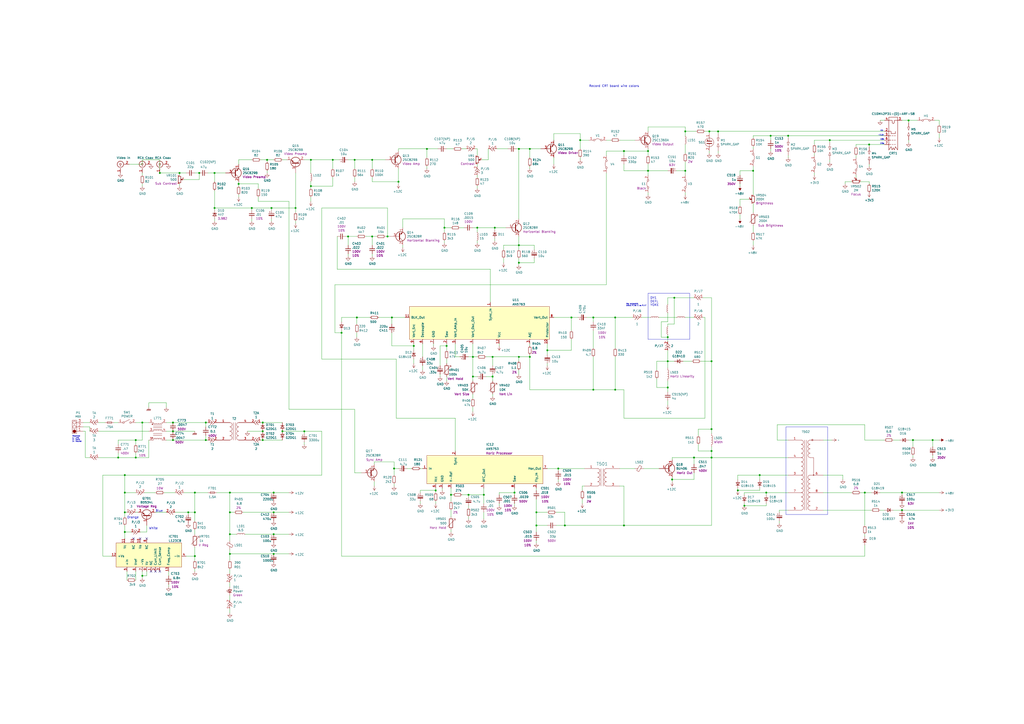
<source format=kicad_sch>
(kicad_sch (version 20230121) (generator eeschema)
  (paper "A2")
  (title_block (title "Apple Monitor IIc Schematic") (date "2021-01-03") (company "twitch.tv/baldengineer") (comment 1 "Based on SAMS Repair Manual") (comment 2 "https://apple2online.com/web_documents/Sam's%20Apple%20IIc%20Monitor%20KB.pdf"))
  (junction (at 412.75 261.62))
  (junction (at 158.75 285.75))
  (junction (at 180.34 92.71))
  (junction (at 100.33 245.11))
  (junction (at 431.8 293.37))
  (junction (at 427.99 284.48))
  (junction (at 529.59 255.27))
  (junction (at 158.75 309.88))
  (junction (at 501.65 285.75))
  (junction (at 68.58 265.43))
  (junction (at 113.03 285.75))
  (junction (at 411.48 76.2))
  (junction (at 300.99 142.24))
  (junction (at 78.74 265.43))
  (junction (at 274.32 218.44))
  (junction (at 92.71 100.33))
  (junction (at 444.5 285.75))
  (junction (at 133.35 285.75))
  (junction (at 412.75 265.43))
  (junction (at 138.43 106.68))
  (junction (at 523.24 295.91))
  (junction (at 82.55 334.01))
  (junction (at 193.04 92.71))
  (junction (at 285.75 218.44))
  (junction (at 457.2 78.74))
  (junction (at 215.9 92.71))
  (junction (at 387.35 224.79))
  (junction (at 72.39 275.59))
  (junction (at 100.33 250.19))
  (junction (at 257.81 132.08))
  (junction (at 331.47 184.15))
  (junction (at 323.85 271.78))
  (junction (at 119.38 245.11))
  (junction (at 412.75 248.92))
  (junction (at 280.67 287.02))
  (junction (at 224.79 137.16))
  (junction (at 527.05 69.85))
  (junction (at 240.03 200.66))
  (junction (at 119.38 255.27))
  (junction (at 205.74 92.71))
  (junction (at 152.4 255.27))
  (junction (at 391.16 172.72))
  (junction (at 298.45 285.75))
  (junction (at 402.59 265.43))
  (junction (at 481.33 81.28))
  (junction (at 504.19 83.82))
  (junction (at 152.4 250.19))
  (junction (at 82.55 245.11))
  (junction (at 146.05 120.65))
  (junction (at 344.17 226.06))
  (junction (at 361.95 87.63))
  (junction (at 311.15 304.8))
  (junction (at 252.73 284.48))
  (junction (at 180.34 107.95))
  (junction (at 78.74 255.27))
  (junction (at 231.14 105.41))
  (junction (at 336.55 81.28))
  (junction (at 171.45 120.65))
  (junction (at 227.33 184.15))
  (junction (at 541.02 255.27))
  (junction (at 311.15 297.18))
  (junction (at 104.14 100.33))
  (junction (at 307.34 86.36))
  (junction (at 157.48 120.65))
  (junction (at 387.35 195.58))
  (junction (at 523.24 285.75))
  (junction (at 100.33 255.27))
  (junction (at 176.53 250.19))
  (junction (at 387.35 209.55))
  (junction (at 198.12 193.04))
  (junction (at 307.34 207.01))
  (junction (at 287.02 132.08))
  (junction (at 109.22 297.18))
  (junction (at 285.75 207.01))
  (junction (at 72.39 308.61))
  (junction (at 163.83 250.19))
  (junction (at 300.99 86.36))
  (junction (at 436.88 99.06))
  (junction (at 247.65 86.36))
  (junction (at 72.39 285.75))
  (junction (at 356.87 226.06))
  (junction (at 416.56 76.2))
  (junction (at 201.93 137.16))
  (junction (at 274.32 207.01))
  (junction (at 276.86 132.08))
  (junction (at 72.39 297.18))
  (junction (at 375.92 99.06))
  (junction (at 113.03 322.58))
  (junction (at 207.01 184.15))
  (junction (at 261.62 287.02))
  (junction (at 113.03 297.18))
  (junction (at 215.9 137.16))
  (junction (at 440.69 275.59))
  (junction (at 158.75 297.18))
  (junction (at 133.35 297.18))
  (junction (at 152.4 245.11))
  (junction (at 154.94 92.71))
  (junction (at 412.75 209.55))
  (junction (at 259.08 200.66))
  (junction (at 344.17 184.15))
  (junction (at 133.35 321.31))
  (junction (at 115.57 100.33))
  (junction (at 447.04 78.74))
  (junction (at 271.78 287.02))
  (junction (at 133.35 309.88))
  (junction (at 158.75 321.31))
  (junction (at 375.92 87.63))
  (junction (at 356.87 184.15))
  (junction (at 317.5 203.2))
  (junction (at 124.46 120.65))
  (junction (at 228.6 271.78))
  (junction (at 389.89 278.13))
  (junction (at 300.99 152.4))
  (junction (at 397.51 99.06))
  (junction (at 124.46 100.33))
  (junction (at 300.99 207.01))
  (junction (at 361.95 304.8))
  (junction (at 327.66 304.8))
  (junction (at 397.51 76.2))
  (no_connect (at 87.63 331.47))
  (no_connect (at 85.09 312.42))
  (no_connect (at 77.47 312.42))
  (no_connect (at 81.28 312.42))
  (no_connect (at 90.17 331.47))
  (no_connect (at 92.71 331.47))
  (wire (pts (xy 233.68 132.08) (xy 233.68 127)))
  (wire (pts (xy 412.75 261.62) (xy 412.75 259.08)))
  (wire (pts (xy 276.86 132.08) (xy 276.86 134.62)))
  (wire (pts (xy 427.99 275.59) (xy 427.99 278.13)))
  (wire (pts (xy 351.79 87.63) (xy 361.95 87.63)))
  (wire (pts (xy 92.71 92.71) (xy 82.55 92.71)))
  (wire (pts (xy 194.31 165.1) (xy 351.79 165.1)))
  (wire (pts (xy 436.88 118.11) (xy 436.88 123.19)))
  (wire (pts (xy 276.86 101.6) (xy 276.86 102.87)))
  (wire (pts (xy 307.34 86.36) (xy 300.99 86.36)))
  (wire (pts (xy 361.95 87.63) (xy 375.92 87.63)))
  (wire (pts (xy 270.51 86.36) (xy 267.97 86.36)))
  (wire (pts (xy 457.2 295.91) (xy 452.12 295.91)))
  (wire (pts (xy 331.47 196.85) (xy 331.47 203.2)))
  (wire (pts (xy 436.88 80.01) (xy 436.88 78.74)))
  (wire (pts (xy 444.5 287.02) (xy 444.5 285.75)))
  (wire (pts (xy 496.57 101.6) (xy 496.57 102.87)))
  (wire (pts (xy 501.65 255.27) (xy 513.08 255.27)))
  (wire (pts (xy 285.75 218.44) (xy 285.75 220.98)))
  (wire (pts (xy 205.74 92.71) (xy 205.74 97.79)))
  (wire (pts (xy 416.56 76.2) (xy 416.56 77.47)))
  (wire (pts (xy 276.86 107.95) (xy 276.86 109.22)))
  (wire (pts (xy 245.11 212.09) (xy 245.11 214.63)))
  (wire (pts (xy 523.24 295.91) (xy 544.83 295.91)))
  (wire (pts (xy 261.62 299.72) (xy 261.62 295.91)))
  (wire (pts (xy 276.86 132.08) (xy 287.02 132.08)))
  (wire (pts (xy 176.53 92.71) (xy 180.34 92.71)))
  (wire (pts (xy 259.08 200.66) (xy 259.08 203.2)))
  (wire (pts (xy 504.19 83.82) (xy 513.08 83.82)))
  (wire (pts (xy 82.55 245.11) (xy 86.36 245.11)))
  (wire (pts (xy 361.95 99.06) (xy 375.92 99.06)))
  (wire (pts (xy 402.59 265.43) (xy 412.75 265.43)))
  (wire (pts (xy 387.35 187.96) (xy 391.16 187.96)))
  (wire (pts (xy 344.17 226.06) (xy 344.17 207.01)))
  (wire (pts (xy 256.54 283.21) (xy 256.54 284.48)))
  (wire (pts (xy 527.05 69.85) (xy 527.05 71.12)))
  (wire (pts (xy 387.35 181.61) (xy 387.35 186.69)))
  (wire (pts (xy 411.48 87.63) (xy 411.48 88.9)))
  (wire (pts (xy 402.59 184.15) (xy 397.51 184.15)))
  (wire (pts (xy 298.45 285.75) (xy 298.45 287.02)))
  (wire (pts (xy 361.95 95.25) (xy 361.95 99.06)))
  (wire (pts (xy 158.75 321.31) (xy 167.64 321.31)))
  (wire (pts (xy 243.84 284.48) (xy 252.73 284.48)))
  (wire (pts (xy 285.75 229.87) (xy 285.75 228.6)))
  (wire (pts (xy 307.34 207.01) (xy 307.34 226.06)))
  (wire (pts (xy 281.94 207.01) (xy 285.75 207.01)))
  (wire (pts (xy 501.65 322.58) (xy 198.12 322.58)))
  (wire (pts (xy 381 209.55) (xy 381 214.63)))
  (wire (pts (xy 275.59 86.36) (xy 276.86 86.36)))
  (wire (pts (xy 124.46 100.33) (xy 124.46 105.41)))
  (wire (pts (xy 387.35 232.41) (xy 387.35 234.95)))
  (wire (pts (xy 262.89 86.36) (xy 259.08 86.36)))
  (wire (pts (xy 158.75 285.75) (xy 167.64 285.75)))
  (wire (pts (xy 361.95 281.94) (xy 361.95 304.8)))
  (wire (pts (xy 142.24 309.88) (xy 158.75 309.88)))
  (wire (pts (xy 72.39 304.8) (xy 72.39 308.61)))
  (wire (pts (xy 255.27 200.66) (xy 259.08 200.66)))
  (wire (pts (xy 412.75 172.72) (xy 412.75 209.55)))
  (wire (pts (xy 447.04 86.36) (xy 447.04 87.63)))
  (wire (pts (xy 429.26 99.06) (xy 429.26 101.6)))
  (wire (pts (xy 72.39 297.18) (xy 72.39 285.75)))
  (wire (pts (xy 411.48 77.47) (xy 411.48 76.2)))
  (wire (pts (xy 154.94 99.06) (xy 154.94 100.33)))
  (wire (pts (xy 292.1 142.24) (xy 300.99 142.24)))
  (wire (pts (xy 501.65 285.75) (xy 505.46 285.75)))
  (wire (pts (xy 228.6 267.97) (xy 228.6 271.78)))
  (wire (pts (xy 100.33 245.11) (xy 119.38 245.11)))
  (wire (pts (xy 193.04 97.79) (xy 193.04 92.71)))
  (wire (pts (xy 321.31 184.15) (xy 331.47 184.15)))
  (wire (pts (xy 375.92 101.6) (xy 375.92 99.06)))
  (wire (pts (xy 541.02 264.16) (xy 541.02 265.43)))
  (wire (pts (xy 327.66 304.8) (xy 361.95 304.8)))
  (wire (pts (xy 207.01 184.15) (xy 198.12 184.15)))
  (wire (pts (xy 100.33 255.27) (xy 119.38 255.27)))
  (wire (pts (xy 223.52 137.16) (xy 224.79 137.16)))
  (wire (pts (xy 82.55 95.25) (xy 74.93 95.25)))
  (wire (pts (xy 133.35 353.06) (xy 133.35 355.6)))
  (wire (pts (xy 300.99 142.24) (xy 300.99 144.78)))
  (wire (pts (xy 440.69 275.59) (xy 427.99 275.59)))
  (wire (pts (xy 113.03 297.18) (xy 113.03 302.26)))
  (wire (pts (xy 307.34 226.06) (xy 344.17 226.06)))
  (wire (pts (xy 287.02 132.08) (xy 293.37 132.08)))
  (polyline (pts (xy 400.05 196.85) (xy 375.92 196.85)))
  (wire (pts (xy 196.85 92.71) (xy 193.04 92.71)))
  (wire (pts (xy 255.27 217.17) (xy 255.27 218.44)))
  (wire (pts (xy 279.4 92.71) (xy 283.21 92.71)))
  (wire (pts (xy 496.57 83.82) (xy 496.57 85.09)))
  (wire (pts (xy 387.35 203.2) (xy 387.35 209.55)))
  (wire (pts (xy 276.86 207.01) (xy 274.32 207.01)))
  (wire (pts (xy 264.16 199.39) (xy 264.16 207.01)))
  (wire (pts (xy 83.82 285.75) (xy 90.17 285.75)))
  (wire (pts (xy 52.07 245.11) (xy 48.26 245.11)))
  (polyline (pts (xy 480.06 247.65) (xy 480.06 298.45)))
  (wire (pts (xy 300.99 137.16) (xy 300.99 142.24)))
  (wire (pts (xy 313.69 86.36) (xy 307.34 86.36)))
  (wire (pts (xy 201.93 147.32) (xy 201.93 148.59)))
  (wire (pts (xy 523.24 285.75) (xy 510.54 285.75)))
  (wire (pts (xy 86.36 236.22) (xy 86.36 233.68)))
  (wire (pts (xy 510.54 295.91) (xy 513.08 295.91)))
  (wire (pts (xy 228.6 271.78) (xy 228.6 275.59)))
  (wire (pts (xy 300.99 149.86) (xy 300.99 152.4)))
  (wire (pts (xy 431.8 285.75) (xy 444.5 285.75)))
  (wire (pts (xy 322.58 297.18) (xy 327.66 297.18)))
  (wire (pts (xy 289.56 285.75) (xy 289.56 287.02)))
  (wire (pts (xy 49.53 250.19) (xy 48.26 250.19)))
  (wire (pts (xy 381 224.79) (xy 387.35 224.79)))
  (wire (pts (xy 133.35 318.77) (xy 133.35 321.31)))
  (wire (pts (xy 85.09 331.47) (xy 85.09 334.01)))
  (wire (pts (xy 429.26 99.06) (xy 436.88 99.06)))
  (wire (pts (xy 387.35 195.58) (xy 387.35 198.12)))
  (wire (pts (xy 429.26 115.57) (xy 429.26 119.38)))
  (wire (pts (xy 457.2 78.74) (xy 513.08 78.74)))
  (wire (pts (xy 391.16 187.96) (xy 391.16 172.72)))
  (wire (pts (xy 180.34 114.3) (xy 180.34 116.84)))
  (wire (pts (xy 158.75 285.75) (xy 133.35 285.75)))
  (wire (pts (xy 274.32 236.22) (xy 274.32 238.76)))
  (wire (pts (xy 176.53 251.46) (xy 176.53 250.19)))
  (wire (pts (xy 157.48 121.92) (xy 157.48 120.65)))
  (wire (pts (xy 243.84 271.78) (xy 245.11 271.78)))
  (wire (pts (xy 113.03 307.34) (xy 113.03 309.88)))
  (wire (pts (xy 97.79 331.47) (xy 97.79 334.01)))
  (wire (pts (xy 397.51 73.66) (xy 397.51 76.2)))
  (wire (pts (xy 402.59 269.24) (xy 402.59 265.43)))
  (wire (pts (xy 387.35 176.53) (xy 387.35 172.72)))
  (wire (pts (xy 86.36 233.68) (xy 96.52 233.68)))
  (wire (pts (xy 130.81 100.33) (xy 124.46 100.33)))
  (wire (pts (xy 405.13 248.92) (xy 405.13 252.73)))
  (wire (pts (xy 412.75 265.43) (xy 457.2 265.43)))
  (wire (pts (xy 402.59 278.13) (xy 389.89 278.13)))
  (wire (pts (xy 227.33 200.66) (xy 240.03 200.66)))
  (wire (pts (xy 274.32 207.01) (xy 274.32 199.39)))
  (wire (pts (xy 264.16 242.57) (xy 264.16 261.62)))
  (wire (pts (xy 287.02 133.35) (xy 287.02 132.08)))
  (wire (pts (xy 254 86.36) (xy 247.65 86.36)))
  (wire (pts (xy 405.13 261.62) (xy 412.75 261.62)))
  (wire (pts (xy 300.99 214.63) (xy 300.99 217.17)))
  (wire (pts (xy 276.86 218.44) (xy 274.32 218.44)))
  (wire (pts (xy 288.29 86.36) (xy 294.64 86.36)))
  (wire (pts (xy 57.15 245.11) (xy 60.96 245.11)))
  (wire (pts (xy 68.58 255.27) (xy 68.58 257.81)))
  (wire (pts (xy 359.41 271.78) (xy 368.3 271.78)))
  (wire (pts (xy 501.65 246.38) (xy 501.65 255.27)))
  (wire (pts (xy 171.45 120.65) (xy 157.48 120.65)))
  (wire (pts (xy 287.02 138.43) (xy 287.02 139.7)))
  (wire (pts (xy 215.9 147.32) (xy 215.9 148.59)))
  (wire (pts (xy 472.44 81.28) (xy 472.44 83.82)))
  (wire (pts (xy 82.55 255.27) (xy 82.55 245.11)))
  (wire (pts (xy 375.92 111.76) (xy 375.92 113.03)))
  (wire (pts (xy 472.44 88.9) (xy 472.44 90.17)))
  (wire (pts (xy 481.33 82.55) (xy 481.33 81.28)))
  (wire (pts (xy 73.66 297.18) (xy 72.39 297.18)))
  (wire (pts (xy 207.01 193.04) (xy 207.01 195.58)))
  (wire (pts (xy 452.12 295.91) (xy 452.12 297.18)))
  (wire (pts (xy 499.11 105.41) (xy 504.19 105.41)))
  (wire (pts (xy 154.94 93.98) (xy 154.94 92.71)))
  (wire (pts (xy 267.97 287.02) (xy 271.78 287.02)))
  (wire (pts (xy 245.11 199.39) (xy 245.11 207.01)))
  (wire (pts (xy 143.51 250.19) (xy 152.4 250.19)))
  (wire (pts (xy 368.3 81.28) (xy 359.41 81.28)))
  (wire (pts (xy 307.34 205.74) (xy 307.34 207.01)))
  (wire (pts (xy 158.75 297.18) (xy 167.64 297.18)))
  (wire (pts (xy 194.31 165.1) (xy 194.31 193.04)))
  (wire (pts (xy 317.5 297.18) (xy 311.15 297.18)))
  (wire (pts (xy 149.86 109.22) (xy 149.86 106.68)))
  (wire (pts (xy 233.68 142.24) (xy 233.68 143.51)))
  (wire (pts (xy 264.16 207.01) (xy 266.7 207.01)))
  (wire (pts (xy 133.35 321.31) (xy 158.75 321.31)))
  (wire (pts (xy 280.67 287.02) (xy 280.67 292.1)))
  (wire (pts (xy 240.03 199.39) (xy 240.03 200.66)))
  (wire (pts (xy 504.19 85.09) (xy 504.19 83.82)))
  (wire (pts (xy 97.79 339.09) (xy 97.79 340.36)))
  (wire (pts (xy 284.48 175.26) (xy 284.48 156.21)))
  (wire (pts (xy 300.99 207.01) (xy 307.34 207.01)))
  (wire (pts (xy 104.14 106.68) (xy 104.14 107.95)))
  (wire (pts (xy 501.65 304.8) (xy 501.65 285.75)))
  (wire (pts (xy 311.15 289.56) (xy 311.15 297.18)))
  (wire (pts (xy 472.44 100.33) (xy 472.44 101.6)))
  (wire (pts (xy 317.5 199.39) (xy 317.5 203.2)))
  (wire (pts (xy 78.74 262.89) (xy 78.74 265.43)))
  (wire (pts (xy 140.97 297.18) (xy 158.75 297.18)))
  (wire (pts (xy 397.51 76.2) (xy 397.51 78.74)))
  (wire (pts (xy 82.55 92.71) (xy 82.55 95.25)))
  (wire (pts (xy 300.99 209.55) (xy 300.99 207.01)))
  (wire (pts (xy 106.68 285.75) (xy 113.03 285.75)))
  (wire (pts (xy 373.38 271.78) (xy 382.27 271.78)))
  (wire (pts (xy 247.65 91.44) (xy 247.65 86.36)))
  (wire (pts (xy 387.35 224.79) (xy 387.35 220.98)))
  (wire (pts (xy 104.14 100.33) (xy 92.71 100.33)))
  (wire (pts (xy 252.73 283.21) (xy 252.73 284.48)))
  (wire (pts (xy 499.11 285.75) (xy 501.65 285.75)))
  (wire (pts (xy 375.92 95.25) (xy 375.92 99.06)))
  (wire (pts (xy 481.33 81.28) (xy 472.44 81.28)))
  (wire (pts (xy 171.45 100.33) (xy 171.45 120.65)))
  (wire (pts (xy 429.26 124.46) (xy 429.26 127)))
  (wire (pts (xy 166.37 92.71) (xy 163.83 92.71)))
  (wire (pts (xy 356.87 207.01) (xy 356.87 226.06)))
  (wire (pts (xy 234.95 184.15) (xy 227.33 184.15)))
  (wire (pts (xy 541.02 259.08) (xy 541.02 255.27)))
  (wire (pts (xy 444.5 293.37) (xy 444.5 292.1)))
  (wire (pts (xy 78.74 265.43) (xy 86.36 265.43)))
  (wire (pts (xy 224.79 137.16) (xy 226.06 137.16)))
  (wire (pts (xy 274.32 207.01) (xy 274.32 218.44)))
  (wire (pts (xy 151.13 92.71) (xy 154.94 92.71)))
  (wire (pts (xy 219.71 184.15) (xy 227.33 184.15)))
  (wire (pts (xy 351.79 90.17) (xy 351.79 87.63)))
  (wire (pts (xy 101.6 297.18) (xy 109.22 297.18)))
  (wire (pts (xy 171.45 123.19) (xy 171.45 120.65)))
  (wire (pts (xy 416.56 76.2) (xy 513.08 76.2)))
  (wire (pts (xy 259.08 199.39) (xy 259.08 200.66)))
  (wire (pts (xy 444.5 285.75) (xy 457.2 285.75)))
  (wire (pts (xy 307.34 91.44) (xy 307.34 86.36)))
  (wire (pts (xy 85.09 334.01) (xy 82.55 334.01)))
  (wire (pts (xy 450.85 246.38) (xy 450.85 255.27)))
  (wire (pts (xy 372.11 184.15) (xy 377.19 184.15)))
  (polyline (pts (xy 375.92 196.85) (xy 375.92 170.18)))
  (wire (pts (xy 361.95 304.8) (xy 412.75 304.8)))
  (wire (pts (xy 396.24 209.55) (xy 401.32 209.55)))
  (wire (pts (xy 337.82 289.56) (xy 337.82 292.1)))
  (polyline (pts (xy 455.93 298.45) (xy 455.93 247.65)))
  (wire (pts (xy 440.69 278.13) (xy 440.69 275.59)))
  (wire (pts (xy 68.58 255.27) (xy 78.74 255.27)))
  (wire (pts (xy 300.99 152.4) (xy 300.99 153.67)))
  (wire (pts (xy 544.83 77.47) (xy 544.83 80.01)))
  (wire (pts (xy 527.05 255.27) (xy 529.59 255.27)))
  (wire (pts (xy 529.59 264.16) (xy 529.59 265.43)))
  (wire (pts (xy 78.74 257.81) (xy 78.74 255.27)))
  (wire (pts (xy 124.46 110.49) (xy 124.46 120.65)))
  (wire (pts (xy 81.28 308.61) (xy 85.09 308.61)))
  (wire (pts (xy 481.33 81.28) (xy 513.08 81.28)))
  (wire (pts (xy 229.87 242.57) (xy 264.16 242.57)))
  (wire (pts (xy 157.48 120.65) (xy 146.05 120.65)))
  (wire (pts (xy 100.33 250.19) (xy 113.03 250.19)))
  (wire (pts (xy 274.32 228.6) (xy 274.32 231.14)))
  (wire (pts (xy 387.35 189.23) (xy 387.35 187.96)))
  (wire (pts (xy 361.95 226.06) (xy 356.87 226.06)))
  (wire (pts (xy 300.99 86.36) (xy 299.72 86.36)))
  (wire (pts (xy 231.14 271.78) (xy 228.6 271.78)))
  (wire (pts (xy 72.39 285.75) (xy 72.39 275.59)))
  (wire (pts (xy 285.75 218.44) (xy 281.94 218.44)))
  (wire (pts (xy 434.34 115.57) (xy 429.26 115.57)))
  (wire (pts (xy 532.13 69.85) (xy 527.05 69.85)))
  (wire (pts (xy 223.52 92.71) (xy 215.9 92.71)))
  (wire (pts (xy 529.59 255.27) (xy 541.02 255.27)))
  (wire (pts (xy 392.43 99.06) (xy 397.51 99.06)))
  (wire (pts (xy 309.88 152.4) (xy 300.99 152.4)))
  (wire (pts (xy 57.15 265.43) (xy 68.58 265.43)))
  (wire (pts (xy 157.48 127) (xy 157.48 128.27)))
  (wire (pts (xy 146.05 92.71) (xy 138.43 92.71)))
  (wire (pts (xy 411.48 76.2) (xy 416.56 76.2)))
  (wire (pts (xy 276.86 95.25) (xy 276.86 96.52)))
  (wire (pts (xy 138.43 113.03) (xy 138.43 114.3)))
  (wire (pts (xy 231.14 86.36) (xy 231.14 87.63)))
  (wire (pts (xy 336.55 91.44) (xy 336.55 92.71)))
  (wire (pts (xy 311.15 283.21) (xy 311.15 284.48)))
  (wire (pts (xy 198.12 184.15) (xy 198.12 186.69)))
  (wire (pts (xy 391.16 209.55) (xy 387.35 209.55)))
  (wire (pts (xy 52.07 247.65) (xy 48.26 247.65)))
  (wire (pts (xy 149.86 116.84) (xy 167.64 116.84)))
  (polyline (pts (xy 455.93 247.65) (xy 480.06 247.65)))
  (wire (pts (xy 124.46 121.92) (xy 124.46 120.65)))
  (wire (pts (xy 152.4 255.27) (xy 163.83 255.27)))
  (wire (pts (xy 146.05 121.92) (xy 146.05 120.65)))
  (wire (pts (xy 92.71 92.71) (xy 92.71 100.33)))
  (wire (pts (xy 72.39 299.72) (xy 72.39 297.18)))
  (wire (pts (xy 180.34 105.41) (xy 180.34 107.95)))
  (wire (pts (xy 198.12 191.77) (xy 198.12 193.04)))
  (wire (pts (xy 257.81 127) (xy 257.81 132.08)))
  (wire (pts (xy 138.43 106.68) (xy 138.43 107.95)))
  (wire (pts (xy 163.83 250.19) (xy 176.53 250.19)))
  (wire (pts (xy 300.99 86.36) (xy 300.99 127)))
  (wire (pts (xy 444.5 293.37) (xy 431.8 293.37)))
  (wire (pts (xy 180.34 92.71) (xy 180.34 100.33)))
  (polyline (pts (xy 375.92 170.18) (xy 400.05 170.18)))
  (wire (pts (xy 307.34 96.52) (xy 307.34 97.79)))
  (wire (pts (xy 436.88 130.81) (xy 436.88 134.62)))
  (wire (pts (xy 317.5 210.82) (xy 317.5 212.09)))
  (wire (pts (xy 201.93 137.16) (xy 207.01 137.16)))
  (wire (pts (xy 436.88 113.03) (xy 436.88 99.06)))
  (wire (pts (xy 57.15 250.19) (xy 86.36 250.19)))
  (wire (pts (xy 180.34 107.95) (xy 180.34 109.22)))
  (wire (pts (xy 231.14 105.41) (xy 231.14 97.79)))
  (wire (pts (xy 274.32 218.44) (xy 274.32 220.98)))
  (wire (pts (xy 309.88 149.86) (xy 309.88 152.4)))
  (wire (pts (xy 215.9 97.79) (xy 215.9 92.71)))
  (wire (pts (xy 317.5 271.78) (xy 323.85 271.78)))
  (wire (pts (xy 331.47 184.15) (xy 331.47 191.77)))
  (wire (pts (xy 176.53 250.19) (xy 186.69 250.19)))
  (wire (pts (xy 311.15 313.69) (xy 311.15 314.96)))
  (wire (pts (xy 387.35 194.31) (xy 387.35 195.58)))
  (wire (pts (xy 271.78 293.37) (xy 271.78 294.64)))
  (wire (pts (xy 137.16 309.88) (xy 133.35 309.88)))
  (wire (pts (xy 120.65 255.27) (xy 119.38 255.27)))
  (wire (pts (xy 243.84 290.83) (xy 243.84 292.1)))
  (wire (pts (xy 95.25 285.75) (xy 101.6 285.75)))
  (wire (pts (xy 477.52 285.75) (xy 494.03 285.75)))
  (wire (pts (xy 107.95 322.58) (xy 113.03 322.58)))
  (wire (pts (xy 457.2 90.17) (xy 457.2 91.44)))
  (wire (pts (xy 336.55 77.47) (xy 336.55 81.28)))
  (wire (pts (xy 240.03 200.66) (xy 240.03 203.2)))
  (wire (pts (xy 408.94 76.2) (xy 411.48 76.2)))
  (wire (pts (xy 407.67 172.72) (xy 412.75 172.72)))
  (wire (pts (xy 387.35 227.33) (xy 387.35 224.79)))
  (wire (pts (xy 311.15 304.8) (xy 311.15 308.61)))
  (wire (pts (xy 339.09 281.94) (xy 337.82 281.94)))
  (wire (pts (xy 59.69 275.59) (xy 72.39 275.59)))
  (wire (pts (xy 72.39 275.59) (xy 186.69 275.59)))
  (wire (pts (xy 402.59 172.72) (xy 391.16 172.72)))
  (wire (pts (xy 436.88 139.7) (xy 436.88 142.24)))
  (wire (pts (xy 331.47 203.2) (xy 317.5 203.2)))
  (wire (pts (xy 207.01 187.96) (xy 207.01 184.15)))
  (wire (pts (xy 215.9 137.16) (xy 218.44 137.16)))
  (wire (pts (xy 344.17 191.77) (xy 344.17 201.93)))
  (wire (pts (xy 107.95 100.33) (xy 104.14 100.33)))
  (wire (pts (xy 356.87 184.15) (xy 344.17 184.15)))
  (wire (pts (xy 194.31 193.04) (xy 198.12 193.04)))
  (wire (pts (xy 311.15 297.18) (xy 311.15 304.8)))
  (wire (pts (xy 133.35 309.88) (xy 133.35 313.69)))
  (wire (pts (xy 412.75 209.55) (xy 412.75 248.92)))
  (wire (pts (xy 292.1 144.78) (xy 292.1 142.24)))
  (wire (pts (xy 228.6 280.67) (xy 228.6 281.94)))
  (wire (pts (xy 78.74 331.47) (xy 78.74 336.55)))
  (wire (pts (xy 344.17 184.15) (xy 344.17 186.69)))
  (wire (pts (xy 85.09 304.8) (xy 85.09 308.61)))
  (wire (pts (xy 52.07 250.19) (xy 52.07 247.65)))
  (wire (pts (xy 276.86 86.36) (xy 276.86 90.17)))
  (wire (pts (xy 361.95 90.17) (xy 361.95 87.63)))
  (wire (pts (xy 440.69 275.59) (xy 457.2 275.59)))
  (wire (pts (xy 231.14 106.68) (xy 231.14 105.41)))
  (wire (pts (xy 375.92 76.2) (xy 375.92 73.66)))
  (wire (pts (xy 361.95 242.57) (xy 361.95 226.06)))
  (wire (pts (xy 217.17 279.4) (xy 217.17 281.94)))
  (wire (pts (xy 146.05 127) (xy 146.05 128.27)))
  (wire (pts (xy 504.19 95.25) (xy 504.19 96.52)))
  (wire (pts (xy 120.65 245.11) (xy 119.38 245.11)))
  (wire (pts (xy 383.54 195.58) (xy 387.35 195.58)))
  (wire (pts (xy 397.51 111.76) (xy 397.51 113.03)))
  (wire (pts (xy 375.92 87.63) (xy 375.92 90.17)))
  (wire (pts (xy 496.57 90.17) (xy 496.57 91.44)))
  (wire (pts (xy 457.2 255.27) (xy 450.85 255.27)))
  (wire (pts (xy 113.03 322.58) (xy 113.03 325.12)))
  (wire (pts (xy 193.04 92.71) (xy 180.34 92.71)))
  (wire (pts (xy 115.57 104.14) (xy 115.57 100.33)))
  (wire (pts (xy 336.55 81.28) (xy 336.55 86.36)))
  (wire (pts (xy 505.46 295.91) (xy 477.52 295.91)))
  (wire (pts (xy 217.17 267.97) (xy 228.6 267.97)))
  (wire (pts (xy 133.35 340.36) (xy 133.35 337.82)))
  (wire (pts (xy 209.55 274.32) (xy 205.74 274.32)))
  (wire (pts (xy 391.16 172.72) (xy 387.35 172.72)))
  (wire (pts (xy 138.43 92.71) (xy 138.43 95.25)))
  (wire (pts (xy 381 219.71) (xy 381 224.79)))
  (wire (pts (xy 207.01 184.15) (xy 214.63 184.15)))
  (wire (pts (xy 298.45 285.75) (xy 289.56 285.75)))
  (wire (pts (xy 408.94 184.15) (xy 408.94 242.57)))
  (wire (pts (xy 490.22 105.41) (xy 490.22 106.68)))
  (wire (pts (xy 317.5 203.2) (xy 317.5 205.74)))
  (wire (pts (xy 523.24 285.75) (xy 544.83 285.75)))
  (wire (pts (xy 436.88 85.09) (xy 436.88 86.36)))
  (wire (pts (xy 261.62 283.21) (xy 261.62 287.02)))
  (wire (pts (xy 359.41 281.94) (xy 361.95 281.94)))
  (wire (pts (xy 292.1 149.86) (xy 292.1 152.4)))
  (wire (pts (xy 247.65 96.52) (xy 247.65 97.79)))
  (wire (pts (xy 440.69 283.21) (xy 440.69 284.48)))
  (wire (pts (xy 504.19 105.41) (xy 504.19 106.68)))
  (wire (pts (xy 180.34 107.95) (xy 193.04 107.95)))
  (wire (pts (xy 167.64 116.84) (xy 167.64 237.49)))
  (wire (pts (xy 412.75 248.92) (xy 405.13 248.92)))
  (wire (pts (xy 205.74 102.87) (xy 205.74 105.41)))
  (wire (pts (xy 521.97 255.27) (xy 518.16 255.27)))
  (wire (pts (xy 367.03 184.15) (xy 356.87 184.15)))
  (wire (pts (xy 397.51 101.6) (xy 397.51 99.06)))
  (wire (pts (xy 408.94 242.57) (xy 361.95 242.57)))
  (wire (pts (xy 397.51 83.82) (xy 397.51 88.9)))
  (wire (pts (xy 274.32 132.08) (xy 276.86 132.08)))
  (wire (pts (xy 261.62 287.02) (xy 261.62 290.83)))
  (wire (pts (xy 412.75 265.43) (xy 412.75 304.8)))
  (wire (pts (xy 280.67 283.21) (xy 280.67 287.02)))
  (wire (pts (xy 283.21 92.71) (xy 283.21 86.36)))
  (wire (pts (xy 193.04 102.87) (xy 193.04 107.95)))
  (wire (pts (xy 529.59 259.08) (xy 529.59 255.27)))
  (wire (pts (xy 72.39 308.61) (xy 72.39 312.42)))
  (wire (pts (xy 431.8 287.02) (xy 431.8 285.75)))
  (wire (pts (xy 257.81 132.08) (xy 257.81 134.62)))
  (wire (pts (xy 52.07 265.43) (xy 49.53 265.43)))
  (wire (pts (xy 59.69 322.58) (xy 59.69 275.59)))
  (wire (pts (xy 523.24 287.02) (xy 523.24 285.75)))
  (wire (pts (xy 76.2 308.61) (xy 72.39 308.61)))
  (wire (pts (xy 257.81 139.7) (xy 257.81 140.97)))
  (wire (pts (xy 389.89 266.7) (xy 389.89 265.43)))
  (wire (pts (xy 387.35 209.55) (xy 387.35 213.36)))
  (wire (pts (xy 252.73 290.83) (xy 252.73 292.1)))
  (wire (pts (xy 119.38 247.65) (xy 119.38 245.11)))
  (wire (pts (xy 229.87 208.28) (xy 229.87 242.57)))
  (wire (pts (xy 247.65 86.36) (xy 231.14 86.36)))
  (wire (pts (xy 106.68 104.14) (xy 115.57 104.14)))
  (wire (pts (xy 447.04 78.74) (xy 447.04 81.28)))
  (wire (pts (xy 158.75 309.88) (xy 167.64 309.88)))
  (wire (pts (xy 113.03 330.2) (xy 113.03 331.47)))
  (wire (pts (xy 113.03 317.5) (xy 113.03 322.58)))
  (wire (pts (xy 321.31 77.47) (xy 336.55 77.47)))
  (wire (pts (xy 406.4 209.55) (xy 412.75 209.55)))
  (wire (pts (xy 186.69 120.65) (xy 186.69 208.28)))
  (wire (pts (xy 186.69 275.59) (xy 186.69 250.19)))
  (wire (pts (xy 481.33 92.71) (xy 481.33 93.98)))
  (wire (pts (xy 327.66 297.18) (xy 327.66 304.8)))
  (wire (pts (xy 387.35 209.55) (xy 381 209.55)))
  (wire (pts (xy 100.33 245.11) (xy 96.52 245.11)))
  (wire (pts (xy 501.65 309.88) (xy 501.65 311.15)))
  (wire (pts (xy 285.75 217.17) (xy 285.75 218.44)))
  (wire (pts (xy 337.82 281.94) (xy 337.82 284.48)))
  (wire (pts (xy 215.9 105.41) (xy 231.14 105.41)))
  (wire (pts (xy 124.46 127) (xy 124.46 128.27)))
  (wire (pts (xy 488.95 275.59) (xy 488.95 278.13)))
  (wire (pts (xy 212.09 137.16) (xy 215.9 137.16)))
  (wire (pts (xy 544.83 69.85) (xy 544.83 72.39)))
  (wire (pts (xy 201.93 92.71) (xy 205.74 92.71)))
  (wire (pts (xy 340.36 184.15) (xy 344.17 184.15)))
  (wire (pts (xy 383.54 186.69) (xy 383.54 195.58)))
  (wire (pts (xy 149.86 106.68) (xy 138.43 106.68)))
  (wire (pts (xy 109.22 297.18) (xy 113.03 297.18)))
  (wire (pts (xy 154.94 92.71) (xy 158.75 92.71)))
  (wire (pts (xy 96.52 233.68) (xy 96.52 236.22)))
  (wire (pts (xy 186.69 208.28) (xy 229.87 208.28)))
  (wire (pts (xy 227.33 184.15) (xy 227.33 187.96)))
  (wire (pts (xy 501.65 316.23) (xy 501.65 322.58)))
  (wire (pts (xy 323.85 271.78) (xy 323.85 273.05)))
  (wire (pts (xy 96.52 255.27) (xy 100.33 255.27)))
  (wire (pts (xy 300.99 142.24) (xy 309.88 142.24)))
  (wire (pts (xy 289.56 292.1) (xy 289.56 293.37)))
  (wire (pts (xy 323.85 278.13) (xy 323.85 279.4)))
  (wire (pts (xy 457.2 78.74) (xy 447.04 78.74)))
  (wire (pts (xy 321.31 91.44) (xy 321.31 95.25)))
  (wire (pts (xy 151.13 245.11) (xy 152.4 245.11)))
  (wire (pts (xy 298.45 292.1) (xy 298.45 293.37)))
  (wire (pts (xy 440.69 284.48) (xy 427.99 284.48)))
  (wire (pts (xy 261.62 132.08) (xy 257.81 132.08)))
  (wire (pts (xy 195.58 137.16) (xy 195.58 156.21)))
  (wire (pts (xy 375.92 73.66) (xy 397.51 73.66)))
  (wire (pts (xy 450.85 246.38) (xy 501.65 246.38)))
  (wire (pts (xy 375.92 99.06) (xy 387.35 99.06)))
  (wire (pts (xy 513.08 69.85) (xy 510.54 69.85)))
  (wire (pts (xy 416.56 87.63) (xy 416.56 88.9)))
  (wire (pts (xy 321.31 81.28) (xy 321.31 77.47)))
  (wire (pts (xy 261.62 307.34) (xy 261.62 308.61)))
  (wire (pts (xy 271.78 299.72) (xy 271.78 300.99)))
  (wire (pts (xy 152.4 245.11) (xy 163.83 245.11)))
  (wire (pts (xy 68.58 262.89) (xy 68.58 265.43)))
  (wire (pts (xy 412.75 261.62) (xy 412.75 265.43)))
  (wire (pts (xy 309.88 142.24) (xy 309.88 144.78)))
  (wire (pts (xy 542.29 69.85) (xy 544.83 69.85)))
  (wire (pts (xy 200.66 137.16) (xy 201.93 137.16)))
  (wire (pts (xy 72.39 285.75) (xy 78.74 285.75)))
  (wire (pts (xy 236.22 271.78) (xy 238.76 271.78)))
  (wire (pts (xy 224.79 120.65) (xy 186.69 120.65)))
  (wire (pts (xy 78.74 255.27) (xy 82.55 255.27)))
  (wire (pts (xy 68.58 265.43) (xy 78.74 265.43)))
  (wire (pts (xy 402.59 274.32) (xy 402.59 278.13)))
  (wire (pts (xy 494.03 105.41) (xy 490.22 105.41)))
  (wire (pts (xy 73.66 331.47) (xy 73.66 336.55)))
  (wire (pts (xy 82.55 335.28) (xy 82.55 334.01)))
  (wire (pts (xy 307.34 199.39) (xy 307.34 200.66)))
  (wire (pts (xy 138.43 105.41) (xy 138.43 106.68)))
  (wire (pts (xy 389.89 265.43) (xy 402.59 265.43)))
  (wire (pts (xy 477.52 275.59) (xy 488.95 275.59)))
  (wire (pts (xy 86.36 255.27) (xy 86.36 265.43)))
  (wire (pts (xy 397.51 76.2) (xy 403.86 76.2)))
  (wire (pts (xy 285.75 212.09) (xy 285.75 207.01)))
  (wire (pts (xy 224.79 137.16) (xy 224.79 120.65)))
  (wire (pts (xy 436.88 78.74) (xy 447.04 78.74)))
  (wire (pts (xy 82.55 334.01) (xy 82.55 331.47)))
  (wire (pts (xy 176.53 256.54) (xy 176.53 257.81)))
  (polyline (pts (xy 400.05 170.18) (xy 400.05 196.85)))
  (wire (pts (xy 113.03 285.75) (xy 113.03 297.18)))
  (wire (pts (xy 317.5 304.8) (xy 311.15 304.8)))
  (wire (pts (xy 375.92 86.36) (xy 375.92 87.63)))
  (wire (pts (xy 298.45 283.21) (xy 298.45 285.75)))
  (wire (pts (xy 133.35 321.31) (xy 133.35 325.12)))
  (wire (pts (xy 205.74 274.32) (xy 205.74 237.49)))
  (wire (pts (xy 289.56 199.39) (xy 289.56 200.66)))
  (wire (pts (xy 215.9 142.24) (xy 215.9 137.16)))
  (wire (pts (xy 149.86 114.3) (xy 149.86 116.84)))
  (wire (pts (xy 527.05 81.28) (xy 527.05 82.55)))
  (wire (pts (xy 115.57 100.33) (xy 113.03 100.33)))
  (wire (pts (xy 407.67 184.15) (xy 408.94 184.15)))
  (wire (pts (xy 271.78 287.02) (xy 280.67 287.02)))
  (wire (pts (xy 382.27 184.15) (xy 392.43 184.15)))
  (wire (pts (xy 327.66 304.8) (xy 322.58 304.8)))
  (wire (pts (xy 255.27 212.09) (xy 255.27 200.66)))
  (wire (pts (xy 109.22 298.45) (xy 109.22 297.18)))
  (wire (pts (xy 397.51 99.06) (xy 397.51 93.98)))
  (wire (pts (xy 125.73 285.75) (xy 133.35 285.75)))
  (wire (pts (xy 82.55 106.68) (xy 82.55 107.95)))
  (polyline (pts (xy 480.06 298.45) (xy 455.93 298.45)))
  (wire (pts (xy 323.85 271.78) (xy 339.09 271.78)))
  (wire (pts (xy 251.46 199.39) (xy 251.46 200.66)))
  (wire (pts (xy 504.19 83.82) (xy 496.57 83.82)))
  (wire (pts (xy 518.16 295.91) (xy 523.24 295.91)))
  (wire (pts (xy 215.9 102.87) (xy 215.9 105.41)))
  (wire (pts (xy 431.8 293.37) (xy 431.8 292.1)))
  (wire (pts (xy 429.26 106.68) (xy 429.26 107.95)))
  (wire (pts (xy 133.35 285.75) (xy 133.35 297.18)))
  (wire (pts (xy 96.52 297.18) (xy 90.17 297.18)))
  (wire (pts (xy 113.03 285.75) (xy 120.65 285.75)))
  (wire (pts (xy 195.58 156.21) (xy 284.48 156.21)))
  (wire (pts (xy 217.17 269.24) (xy 217.17 267.97)))
  (wire (pts (xy 280.67 297.18) (xy 280.67 300.99)))
  (wire (pts (xy 120.65 100.33) (xy 124.46 100.33)))
  (wire (pts (xy 259.08 218.44) (xy 259.08 220.98)))
  (wire (pts (xy 271.78 207.01) (xy 274.32 207.01)))
  (wire (pts (xy 351.79 165.1) (xy 351.79 100.33)))
  (wire (pts (xy 266.7 132.08) (xy 269.24 132.08)))
  (wire (pts (xy 356.87 201.93) (xy 356.87 184.15)))
  (wire (pts (xy 201.93 137.16) (xy 201.93 142.24)))
  (wire (pts (xy 252.73 284.48) (xy 252.73 285.75)))
  (wire (pts (xy 387.35 186.69) (xy 383.54 186.69)))
  (wire (pts (xy 151.13 255.27) (xy 152.4 255.27)))
  (wire (pts (xy 133.35 330.2) (xy 133.35 332.74)))
  (wire (pts (xy 100.33 250.19) (xy 96.52 250.19)))
  (wire (pts (xy 233.68 127) (xy 257.81 127)))
  (wire (pts (xy 335.28 184.15) (xy 331.47 184.15)))
  (wire (pts (xy 78.74 245.11) (xy 82.55 245.11)))
  (wire (pts (xy 82.55 100.33) (xy 82.55 101.6)))
  (wire (pts (xy 215.9 92.71) (xy 205.74 92.71)))
  (wire (pts (xy 389.89 278.13) (xy 389.89 279.4)))
  (wire (pts (xy 351.79 81.28) (xy 354.33 81.28)))
  (wire (pts (xy 133.35 297.18) (xy 133.35 309.88)))
  (wire (pts (xy 436.88 99.06) (xy 436.88 96.52)))
  (wire (pts (xy 405.13 257.81) (xy 405.13 261.62)))
  (wire (pts (xy 240.03 208.28) (xy 240.03 210.82)))
  (wire (pts (xy 271.78 287.02) (xy 271.78 288.29)))
  (wire (pts (xy 341.63 81.28) (xy 336.55 81.28)))
  (wire (pts (xy 541.02 255.27) (xy 544.83 255.27)))
  (wire (pts (xy 49.53 265.43) (xy 49.53 250.19)))
  (wire (pts (xy 104.14 101.6) (xy 104.14 100.33)))
  (wire (pts (xy 276.86 139.7) (xy 276.86 140.97)))
  (wire (pts (xy 523.24 69.85) (xy 527.05 69.85)))
  (wire (pts (xy 119.38 252.73) (xy 119.38 255.27)))
  (wire (pts (xy 171.45 128.27) (xy 171.45 129.54)))
  (wire (pts (xy 167.64 237.49) (xy 205.74 237.49)))
  (wire (pts (xy 78.74 297.18) (xy 80.01 297.18)))
  (wire (pts (xy 146.05 120.65) (xy 124.46 120.65)))
  (wire (pts (xy 427.99 284.48) (xy 427.99 283.21)))
  (wire (pts (xy 285.75 207.01) (xy 300.99 207.01)))
  (wire (pts (xy 412.75 251.46) (xy 412.75 248.92)))
  (wire (pts (xy 243.84 285.75) (xy 243.84 284.48)))
  (wire (pts (xy 227.33 193.04) (xy 227.33 200.66)))
  (wire (pts (xy 389.89 276.86) (xy 389.89 278.13)))
  (wire (pts (xy 133.35 345.44) (xy 133.35 347.98)))
  (wire (pts (xy 66.04 245.11) (xy 68.58 245.11)))
  (wire (pts (xy 259.08 208.28) (xy 259.08 210.82)))
  (wire (pts (xy 356.87 226.06) (xy 344.17 226.06)))
  (wire (pts (xy 135.89 297.18) (xy 133.35 297.18)))
  (wire (pts (xy 457.2 80.01) (xy 457.2 78.74)))
  (wire (pts (xy 452.12 302.26) (xy 452.12 303.53)))
  (wire (pts (xy 482.6 255.27) (xy 477.52 255.27)))
  (wire (pts (xy 64.77 322.58) (xy 59.69 322.58)))
  (wire (pts (xy 262.89 287.02) (xy 261.62 287.02)))
  (wire (pts (xy 198.12 193.04) (xy 198.12 322.58)))
  (text "278v" (at 510.54 83.82 0) (effects (font (size 0.635 0.635)) (justify left bottom)))
  (text "White" (at 86.36 307.34 0) (effects (font (size 1.27 1.27)) (justify left bottom)))
  (text "430v" (at 510.54 81.28 0) (effects (font (size 0.635 0.635)) (justify left bottom)))
  (text "DY1\nDEFL\nYOKE" (at 377.19 177.8 0) (effects (font (size 1.27 1.27)) (justify left bottom)))
  (text "Blue" (at 90.17 297.18 0) (effects (font (size 1.27 1.27)) (justify left bottom)))
  (text "-11.5v" (at 509.27 78.74 0) (effects (font (size 0.635 0.635)) (justify left bottom)))
  (text "42v" (at 510.54 76.2 0) (effects (font (size 0.635 0.635)) (justify left bottom)))
  (text "Orange" (at 73.66 300.99 0) (effects (font (size 1.27 1.27)) (justify left bottom)))
  (text "Org scheamtic \nshows P/J6-1 as P/J7" (at 363.22 177.8 0) (effects (font (size 0.635 0.635)) (justify left bottom)))
  (text "Record CRT board wire colors" (at 341.63 50.8 0) (effects (font (size 1.27 1.27)) (justify left bottom)))
  (text "Polarized\n1- Line\n2- Earth\n3- Neutral" (at 41.91 256.54 0) (effects (font (size 0.635 0.635)) (justify left bottom)))
  (symbol (lib_id "Device:R_Small") (at 82.55 104.14 0) (unit 1)
    (property "Reference" "R101" (at 84.0486 102.9716 0) (effects (justify left)))
    (property "Value" "82" (at 84.0486 105.283 0) (effects (justify left)))
  )
  (symbol (lib_id "Device:C_Small") (at 110.49 100.33 90) (unit 1)
    (property "Reference" "C101" (at 110.49 94.5134 90))
    (property "Value" "22p" (at 110.49 96.8248 90))
  )
  (symbol (lib_id "Monitor IIc - A2M4090-rescue:R_POT_Small-Device") (at 104.14 104.14 0) (unit 1)
    (property "Reference" "VR101" (at 102.616 101.8286 0) (effects (justify right)))
    (property "Value" "500" (at 102.616 104.14 0) (effects (justify right)))
    (property "Comment" "Sub Contrast" (at 102.616 106.4514 0) (effects (justify right)))
  )
  (symbol (lib_id "power:GND") (at 82.55 107.95 0) (unit 1)
    (property "Reference" "#PWR?" (effects hide))
    (property "Value" "GND" (at 82.677 112.3442 0))
  )
  (symbol (lib_id "power:GND") (at 104.14 107.95 0) (unit 1)
    (property "Reference" "#PWR?" (effects hide))
    (property "Value" "GND" (at 104.267 112.3442 0))
  )
  (symbol (lib_id "Device:C_Small") (at 118.11 100.33 90) (unit 1)
    (property "Reference" "C102(NP)" (at 120.65 93.98 90))
    (property "Value" "47u" (at 118.11 96.9264 90))
  )
  (symbol (lib_id "Device:R_Small") (at 124.46 107.95 0) (unit 1)
    (property "Reference" "R102" (at 125.9586 106.7816 0) (effects (justify left)))
    (property "Value" "5k6" (at 125.9586 109.093 0) (effects (justify left)))
  )
  (symbol (lib_id "Device:D_Zener_Small") (at 124.46 124.46 270) (unit 1)
    (property "Reference" "D10" (at 126.238 122.1486 90) (effects (justify left)))
    (property "Value" "4V?" (at 126.238 124.46 90) (effects (justify left)))
    (property "Comment" "3.982" (at 126.238 126.7714 90) (effects (justify left)))
  )
  (symbol (lib_id "power:GND") (at 124.46 128.27 0) (unit 1)
    (property "Reference" "#PWR?" (effects hide))
    (property "Value" "GND" (at 124.587 132.6642 0))
  )
  (symbol (lib_id "Device:Q_NPN_ECB") (at 135.89 100.33 0) (mirror x) (unit 1)
    (property "Reference" "Q16" (at 140.7414 98.0186 0) (effects (justify left)))
    (property "Value" "2SC829B" (at 140.7414 100.33 0) (effects (justify left)))
    (property "Comment" "Video Preamp" (at 140.7414 102.6414 0) (effects (justify left)))
  )
  (symbol (lib_id "Device:R_Small") (at 138.43 110.49 0) (unit 1)
    (property "Reference" "R103" (at 139.9286 109.3216 0) (effects (justify left)))
    (property "Value" "820" (at 139.9286 111.633 0) (effects (justify left)))
  )
  (symbol (lib_id "Device:R_Small") (at 149.86 111.76 0) (unit 1)
    (property "Reference" "R119" (at 151.3586 110.5916 0) (effects (justify left)))
    (property "Value" "150" (at 151.3586 112.903 0) (effects (justify left)))
  )
  (symbol (lib_id "Monitor IIc Library:+11.6") (at 138.43 114.3 180) (unit 1)
    (property "Reference" "#PWR?" (effects hide))
    (property "Value" "+11.6" (at 138.049 118.6942 0))
  )
  (symbol (lib_id "Device:R_Small") (at 148.59 92.71 270) (unit 1)
    (property "Reference" "R104" (at 148.59 87.7316 90))
    (property "Value" "82" (at 148.59 90.043 90))
  )
  (symbol (lib_id "Device:R_Small") (at 161.29 92.71 270) (unit 1)
    (property "Reference" "R106" (at 161.29 87.7316 90))
    (property "Value" "82" (at 161.29 90.043 90))
  )
  (symbol (lib_id "Device:R_Small") (at 154.94 96.52 180) (unit 1)
    (property "Reference" "R105" (at 156.4386 95.3516 0) (effects (justify right)))
    (property "Value" "180" (at 156.4386 97.663 0) (effects (justify right)))
  )
  (symbol (lib_id "power:GND") (at 154.94 100.33 0) (unit 1)
    (property "Reference" "#PWR?" (effects hide))
    (property "Value" "GND" (at 155.067 104.7242 0))
  )
  (symbol (lib_id "Device:Q_NPN_ECB") (at 171.45 95.25 270) (mirror x) (unit 1)
    (property "Reference" "Q15" (at 171.45 84.6074 90))
    (property "Value" "2SC829B" (at 171.45 86.9188 90))
    (property "Comment" "Video Preamp" (at 171.45 89.2302 90))
  )
  (symbol (lib_id "Monitor IIc - A2M4090-rescue:CP_Small-Device") (at 157.48 124.46 0) (unit 1)
    (property "Reference" "C105" (at 159.7152 123.2916 0) (effects (justify left)))
    (property "Value" "47u" (at 159.7152 125.603 0) (effects (justify left)))
  )
  (symbol (lib_id "Device:C_Small") (at 146.05 124.46 0) (unit 1)
    (property "Reference" "C106" (at 148.3868 122.1486 0) (effects (justify left)))
    (property "Value" ".01" (at 148.3868 124.46 0) (effects (justify left)))
    (property "Tol" "10%" (at 148.3868 126.7714 0) (effects (justify left)))
  )
  (symbol (lib_id "power:GND") (at 146.05 128.27 0) (unit 1)
    (property "Reference" "#PWR?" (effects hide))
    (property "Value" "GND" (at 146.177 132.6642 0))
  )
  (symbol (lib_id "power:GND") (at 157.48 128.27 0) (unit 1)
    (property "Reference" "#PWR?" (effects hide))
    (property "Value" "GND" (at 157.607 132.6642 0))
  )
  (symbol (lib_id "Device:R_Small") (at 171.45 125.73 0) (unit 1)
    (property "Reference" "R109" (at 172.9486 124.5616 0) (effects (justify left)))
    (property "Value" "1k2" (at 172.9486 126.873 0) (effects (justify left)))
  )
  (symbol (lib_id "Monitor IIc Library:+11.6") (at 171.45 129.54 180) (unit 1)
    (property "Reference" "#PWR?" (effects hide))
    (property "Value" "+11.6" (at 171.069 133.9342 0))
  )
  (symbol (lib_id "Device:L_Small") (at 180.34 102.87 0) (unit 1)
    (property "Reference" "L102" (at 181.5592 101.7016 0) (effects (justify left)))
    (property "Value" "?" (effects hide))
  )
  (symbol (lib_id "Device:R_Small") (at 180.34 111.76 180) (unit 1)
    (property "Reference" "R108" (at 181.8386 110.5916 0) (effects (justify right)))
    (property "Value" "820" (at 181.8386 112.903 0) (effects (justify right)))
  )
  (symbol (lib_id "Monitor IIc Library:+11.6") (at 180.34 116.84 180) (unit 1)
    (property "Reference" "#PWR?" (effects hide))
    (property "Value" "+11.6" (at 179.959 121.2342 0))
  )
  (symbol (lib_id "Device:R_Small") (at 193.04 100.33 0) (unit 1)
    (property "Reference" "R107" (at 194.5386 99.1616 0) (effects (justify left)))
    (property "Value" "1k" (at 194.5386 101.473 0) (effects (justify left)))
  )
  (symbol (lib_id "Monitor IIc - A2M4090-rescue:CP_Small-Device") (at 199.39 92.71 90) (unit 1)
    (property "Reference" "C104" (at 199.39 86.995 90))
    (property "Value" "10u" (at 199.39 89.3064 90))
  )
  (symbol (lib_id "Device:R_Small") (at 205.74 100.33 0) (unit 1)
    (property "Reference" "R111" (at 207.2386 99.1616 0) (effects (justify left)))
    (property "Value" "56k" (at 207.2386 101.473 0) (effects (justify left)))
  )
  (symbol (lib_id "power:GND") (at 205.74 105.41 0) (unit 1)
    (property "Reference" "#PWR?" (effects hide))
    (property "Value" "GND" (at 205.867 109.8042 0))
  )
  (symbol (lib_id "Device:Q_NPN_ECB") (at 228.6 92.71 0) (mirror x) (unit 1)
    (property "Reference" "Q13" (at 233.4514 90.3986 0) (effects (justify left)))
    (property "Value" "2SC829B" (at 233.4514 92.71 0) (effects (justify left)))
    (property "Comment" "Video Amp" (at 233.4514 95.0214 0) (effects (justify left)))
  )
  (symbol (lib_id "Device:R_Small") (at 215.9 100.33 0) (unit 1)
    (property "Reference" "R110" (at 217.3986 99.1616 0) (effects (justify left)))
    (property "Value" "100K" (at 217.3986 101.473 0) (effects (justify left)))
  )
  (symbol (lib_id "Monitor IIc Library:+11.6") (at 231.14 106.68 180) (unit 1)
    (property "Reference" "#PWR?" (effects hide))
    (property "Value" "+11.6" (at 230.759 111.0742 0))
  )
  (symbol (lib_id "Device:C_Small") (at 256.54 86.36 90) (unit 1)
    (property "Reference" "C107(NP)" (at 256.54 80.645 90))
    (property "Value" "47u" (at 256.54 82.9564 90))
  )
  (symbol (lib_id "Device:R_Small") (at 247.65 93.98 0) (unit 1)
    (property "Reference" "R112" (at 249.1486 92.8116 0) (effects (justify left)))
    (property "Value" "270" (at 249.1486 95.123 0) (effects (justify left)))
  )
  (symbol (lib_id "power:GND") (at 247.65 97.79 0) (unit 1)
    (property "Reference" "#PWR?" (effects hide))
    (property "Value" "GND" (at 247.777 102.1842 0))
  )
  (symbol (lib_id "Device:R_Small") (at 265.43 86.36 270) (unit 1)
    (property "Reference" "R113" (at 265.43 81.3816 90))
    (property "Value" "47" (at 265.43 83.693 90))
  )
  (symbol (lib_id "Monitor IIc - A2M4090-rescue:R_POT_Small-Device") (at 276.86 92.71 0) (unit 1)
    (property "Reference" "VR1" (at 275.336 90.3986 0) (effects (justify right)))
    (property "Value" "500" (at 275.336 92.71 0) (effects (justify right)))
    (property "Cmt" "Contrast" (at 275.336 95.0214 0) (effects (justify right)))
  )
  (symbol (lib_id "power:GND") (at 276.86 109.22 0) (unit 1)
    (property "Reference" "#PWR?" (effects hide))
    (property "Value" "GND" (at 276.987 113.6142 0))
  )
  (symbol (lib_id "Device:C_Small") (at 297.18 86.36 90) (unit 1)
    (property "Reference" "C108(NP)" (at 297.18 80.645 90))
    (property "Value" "10u" (at 297.18 82.9564 90))
  )
  (symbol (lib_id "Device:R_Small") (at 276.86 105.41 0) (unit 1)
    (property "Reference" "R123" (at 278.3586 104.2416 0) (effects (justify left)))
    (property "Value" "47" (at 278.3586 106.553 0) (effects (justify left)))
  )
  (symbol (lib_id "Monitor IIc Library:Conn_Off_Board") (at 273.05 86.36 0) (unit 1)
    (property "Reference" "P/J5" (at 273.05 80.645 0))
    (property "Value" "2" (at 273.05 82.9564 0))
  )
  (symbol (lib_id "Monitor IIc Library:Conn_Off_Board") (at 285.75 86.36 180) (unit 1)
    (property "Reference" "P/J5" (at 285.75 80.8736 0))
    (property "Value" "1" (at 285.75 83.185 0))
  )
  (symbol (lib_id "Monitor IIc Library:Conn_Off_Board") (at 276.86 99.06 90) (unit 1)
    (property "Reference" "P/J5" (at 278.8412 97.8916 90) (effects (justify right)))
    (property "Value" "3" (at 278.8412 100.203 90) (effects (justify right)))
  )
  (symbol (lib_id "Monitor IIc Library:AN5763") (at 276.86 187.96 0) (unit 1)
    (property "Reference" "U11" (at 297.18 173.99 0) (effects (justify left)))
    (property "Value" "AN5763" (at 297.18 176.53 0) (effects (justify left)))
  )
  (symbol (lib_id "Device:D_Small") (at 240.03 205.74 270) (unit 1)
    (property "Reference" "D12" (at 234.95 204.47 90) (effects (justify left)))
    (property "Value" "G18410" (at 231.14 207.01 90) (effects (justify left)))
  )
  (symbol (lib_id "Monitor IIc - A2M4090-rescue:CP_Small-Device") (at 245.11 209.55 0) (unit 1)
    (property "Reference" "C408" (at 247.3452 208.3816 0) (effects (justify left)))
    (property "Value" "33u" (at 247.3452 210.693 0) (effects (justify left)))
  )
  (symbol (lib_id "Device:R_Small") (at 307.34 93.98 0) (unit 1)
    (property "Reference" "R124" (at 308.8386 92.8116 0) (effects (justify left)))
    (property "Value" "68k" (at 308.8386 95.123 0) (effects (justify left)))
  )
  (symbol (lib_id "Monitor IIc - A2M4090-rescue:CP_Small-Device") (at 227.33 190.5 180) (unit 1)
    (property "Reference" "C411" (at 225.0948 191.6684 0) (effects (justify left)))
    (property "Value" "220u" (at 225.0948 189.357 0) (effects (justify left)))
  )
  (symbol (lib_id "power:GND") (at 307.34 97.79 0) (unit 1)
    (property "Reference" "#PWR?" (effects hide))
    (property "Value" "GND" (at 307.467 102.1842 0))
  )
  (symbol (lib_id "Device:Q_NPN_ECB") (at 318.77 86.36 0) (mirror x) (unit 1)
    (property "Reference" "Q11" (at 323.6214 84.0486 0) (effects (justify left)))
    (property "Value" "2SC829B" (at 323.6214 86.36 0) (effects (justify left)))
    (property "Comment" "Video Driver" (at 323.6214 88.6714 0) (effects (justify left)))
  )
  (symbol (lib_id "Monitor IIc Library:+11.6") (at 321.31 95.25 180) (unit 1)
    (property "Reference" "#PWR?" (effects hide))
    (property "Value" "+11.6" (at 320.929 99.6442 0))
  )
  (symbol (lib_id "power:GND") (at 251.46 200.66 0) (unit 1)
    (property "Reference" "#PWR?" (effects hide))
    (property "Value" "GND" (at 251.587 205.0542 0))
  )
  (symbol (lib_id "Device:R_Small") (at 336.55 88.9 0) (unit 1)
    (property "Reference" "R114" (at 338.0486 87.7316 0) (effects (justify left)))
    (property "Value" "390" (at 338.0486 90.043 0) (effects (justify left)))
  )
  (symbol (lib_id "power:GND") (at 336.55 92.71 0) (unit 1)
    (property "Reference" "#PWR?" (effects hide))
    (property "Value" "GND" (at 336.677 97.1042 0))
  )
  (symbol (lib_id "Device:R_Small") (at 259.08 205.74 0) (unit 1)
    (property "Reference" "R403" (at 260.5786 204.5716 0) (effects (justify left)))
    (property "Value" "47k" (at 260.5786 206.883 0) (effects (justify left)))
  )
  (symbol (lib_id "Monitor IIc - A2M4090-rescue:CP_Small-Device") (at 269.24 207.01 90) (unit 1)
    (property "Reference" "C405" (at 268.0716 204.7748 0) (effects (justify left)))
    (property "Value" "10u" (at 270.383 204.7748 0) (effects (justify left)))
  )
  (symbol (lib_id "Jumper:Jumper_2_Bridged") (at 346.71 81.28 0) (unit 1)
    (property "Reference" "V1" (at 346.71 78.6638 0))
    (property "Value" "V" (effects hide))
  )
  (symbol (lib_id "Device:R_Small") (at 279.4 207.01 270) (unit 1)
    (property "Reference" "R407" (at 276.86 201.93 90) (effects (justify left)))
    (property "Value" "8k2" (at 276.86 204.47 90) (effects (justify left)))
  )
  (symbol (lib_id "Device:R_Small") (at 356.87 81.28 270) (unit 1)
    (property "Reference" "R152" (at 356.87 76.3016 90))
    (property "Value" "47" (at 356.87 78.613 90))
  )
  (symbol (lib_id "Device:R_Small") (at 307.34 203.2 0) (unit 1)
    (property "Reference" "R404" (at 308.61 199.39 0) (effects (justify left)))
    (property "Value" "6.8" (at 308.61 201.93 0) (effects (justify left)))
    (property "Tol" "2%" (at 309.88 204.47 0))
  )
  (symbol (lib_id "Monitor IIc - A2M4090-rescue:CP_Small-Device") (at 317.5 208.28 180) (unit 1)
    (property "Reference" "C413" (at 325.12 207.01 0) (effects (justify left)))
    (property "Value" "10u" (at 323.85 209.55 0) (effects (justify left)))
  )
  (symbol (lib_id "Device:Q_NPN_ECB") (at 373.38 81.28 0) (unit 1)
    (property "Reference" "Q19" (at 378.2314 78.9686 0) (effects (justify left)))
    (property "Value" "2SC1360A" (at 378.2314 81.28 0) (effects (justify left)))
    (property "Comment" "Video Output" (at 378.2314 83.5914 0) (effects (justify left)))
  )
  (symbol (lib_id "Device:R_Small") (at 300.99 212.09 180) (unit 1)
    (property "Reference" "R408" (at 299.72 210.82 0) (effects (justify left)))
    (property "Value" "1.1" (at 299.72 213.36 0) (effects (justify left)))
    (property "Tol" "2%" (at 298.45 215.9 0))
  )
  (symbol (lib_id "Device:R_Small") (at 331.47 194.31 180) (unit 1)
    (property "Reference" "R410" (at 328.93 193.04 0) (effects (justify left)))
    (property "Value" "150" (at 328.93 195.58 0) (effects (justify left)))
  )
  (symbol (lib_id "Monitor IIc - A2M4090-rescue:CP_Small-Device") (at 337.82 184.15 90) (unit 1)
    (property "Reference" "C409" (at 336.6516 181.9148 0) (effects (justify left)))
    (property "Value" "470u" (at 338.963 181.9148 0) (effects (justify left)))
  )
  (symbol (lib_id "Device:L_Small") (at 397.51 81.28 0) (unit 1)
    (property "Reference" "L151" (at 398.7292 81.28 0) (effects (justify left)))
    (property "Value" "L_Small" (effects hide))
  )
  (symbol (lib_id "Device:R_Small") (at 217.17 184.15 270) (unit 1)
    (property "Reference" "R411" (at 214.63 181.61 90) (effects (justify left)))
    (property "Value" "500" (at 214.63 186.69 90) (effects (justify left)))
  )
  (symbol (lib_id "Device:R_Small") (at 397.51 91.44 0) (unit 1)
    (property "Reference" "R151" (at 399.0086 89.1286 0) (effects (justify left)))
    (property "Value" "820" (at 399.0086 91.44 0) (effects (justify left)))
    (property "Pwr" "2W" (at 399.0086 93.7514 0) (effects (justify left)))
  )
  (symbol (lib_id "Device:R_Small") (at 207.01 190.5 180) (unit 1)
    (property "Reference" "R412" (at 213.36 191.77 0) (effects (justify left)))
    (property "Value" "220" (at 212.09 189.23 0) (effects (justify left)))
  )
  (symbol (lib_id "Device:R_Small") (at 375.92 92.71 0) (unit 1)
    (property "Reference" "R153" (at 377.4186 91.5416 0) (effects (justify left)))
    (property "Value" "47" (at 377.4186 93.853 0) (effects (justify left)))
  )
  (symbol (lib_id "power:GND") (at 207.01 195.58 0) (unit 1)
    (property "Reference" "#PWR?" (effects hide))
    (property "Value" "GND" (at 207.137 199.9742 0))
  )
  (symbol (lib_id "Device:R_Variable") (at 259.08 214.63 0) (unit 1)
    (property "Reference" "VR401" (at 260.35 214.63 0) (effects (justify left)))
    (property "Value" "100k" (at 260.35 217.17 0) (effects (justify left)))
    (property "Cmt" "Vert Hold" (at 264.16 219.71 0))
  )
  (symbol (lib_id "Device:R_Variable") (at 274.32 224.79 0) (unit 1)
    (property "Reference" "VR403" (at 265.43 223.52 0) (effects (justify left)))
    (property "Value" "50K" (at 267.97 226.06 0) (effects (justify left)))
    (property "Cmt" "Vert Size" (at 267.97 228.6 0))
  )
  (symbol (lib_id "Device:R_Small") (at 274.32 233.68 0) (unit 1)
    (property "Reference" "R406" (at 267.97 232.41 0) (effects (justify left)))
    (property "Value" "47k" (at 269.24 234.95 0) (effects (justify left)))
  )
  (symbol (lib_id "Monitor IIc - A2M4090-rescue:CP_Small-Device") (at 389.89 99.06 270) (unit 1)
    (property "Reference" "C151" (at 389.89 91.059 90))
    (property "Value" "10u" (at 389.89 93.3704 90))
    (property "Volt" "63V" (at 389.89 95.6818 90))
  )
  (symbol (lib_id "power:GND") (at 300.99 217.17 0) (unit 1)
    (property "Reference" "#PWR?" (effects hide))
    (property "Value" "GND" (at 301.117 221.5642 0))
  )
  (symbol (lib_id "Monitor IIc - A2M4090-rescue:CP_Small-Device") (at 285.75 214.63 180) (unit 1)
    (property "Reference" "C407" (at 292.1 213.36 0) (effects (justify left)))
    (property "Value" "4.7u" (at 292.1 215.9 0) (effects (justify left)))
  )
  (symbol (lib_id "Jumper:Jumper_2_Bridged") (at 397.51 106.68 270) (unit 1)
    (property "Reference" "V3" (at 398.9832 106.68 90) (effects (justify left)))
    (property "Value" "V" (effects hide))
  )
  (symbol (lib_id "Jumper:Jumper_2_Bridged") (at 375.92 106.68 90) (unit 1)
    (property "Reference" "E1" (at 372.11 106.68 90) (effects (justify right)))
    (property "Value" "V" (effects hide))
    (property "Color" "Black" (at 372.11 109.22 90))
  )
  (symbol (lib_id "power:GND") (at 375.92 113.03 0) (unit 1)
    (property "Reference" "#PWR?" (effects hide))
    (property "Value" "GND" (at 376.047 117.4242 0))
  )
  (symbol (lib_id "Monitor IIc Library:+42V") (at 397.51 113.03 180) (unit 1)
    (property "Reference" "#PWR?" (effects hide))
    (property "Value" "+42V" (at 397.129 117.4242 0))
  )
  (symbol (lib_id "Device:C_Small") (at 361.95 92.71 0) (unit 1)
    (property "Reference" "C152" (at 364.2868 91.5416 0) (effects (justify left)))
    (property "Value" "330p" (at 364.2868 93.853 0) (effects (justify left)))
  )
  (symbol (lib_id "power:GNDPWR") (at 86.36 236.22 0) (unit 1)
    (property "Reference" "#PWR?" (effects hide))
    (property "Value" "GNDPWR" (effects hide))
  )
  (symbol (lib_id "power:GND") (at 96.52 236.22 0) (unit 1)
    (property "Reference" "#PWR?" (effects hide))
    (property "Value" "GND" (effects hide))
  )
  (symbol (lib_id "Jumper:Jumper_2_Bridged") (at 351.79 95.25 90) (unit 1)
    (property "Reference" "V4" (at 354.0252 95.25 90) (effects (justify right)))
    (property "Value" "V" (effects hide))
  )
  (symbol (lib_id "Device:R_Small") (at 406.4 76.2 270) (unit 1)
    (property "Reference" "R157" (at 406.4 71.2216 90))
    (property "Value" "470" (at 406.4 73.533 90))
  )
  (symbol (lib_id "Monitor IIc - A2M4090-rescue:CP_Small-Device") (at 452.12 299.72 0) (unit 1)
    (property "Reference" "C514" (at 444.5 298.45 0) (effects (justify left)))
    (property "Value" "100u" (at 444.5 300.99 0) (effects (justify left)))
  )
  (symbol (lib_id "Monitor IIc - A2M4090-rescue:SPARK_GAP-Device") (at 416.56 82.55 270) (unit 1)
    (property "Reference" "M1" (at 417.9062 81.3816 90) (effects (justify left)))
    (property "Value" "SPARK_GAP" (at 417.9062 83.693 90) (effects (justify left)))
  )
  (symbol (lib_id "power:GND") (at 416.56 88.9 0) (unit 1)
    (property "Reference" "#PWR?" (effects hide))
    (property "Value" "GND" (at 416.687 93.2942 0))
  )
  (symbol (lib_id "power:GND") (at 411.48 88.9 0) (unit 1)
    (property "Reference" "#PWR?" (effects hide))
    (property "Value" "GND" (at 411.607 93.2942 0))
  )
  (symbol (lib_id "Device:Lamp_Neon") (at 411.48 82.55 180) (unit 1)
    (property "Reference" "SG1" (at 405.13 82.55 0) (effects (justify right)))
    (property "Value" "Lamp_Neon" (effects hide))
  )
  (symbol (lib_id "Device:R_Small") (at 436.88 82.55 0) (unit 1)
    (property "Reference" "R154" (at 438.3786 81.3816 0) (effects (justify left)))
    (property "Value" "10K" (at 438.3786 83.693 0) (effects (justify left)))
  )
  (symbol (lib_id "Jumper:Jumper_2_Bridged") (at 436.88 91.44 270) (unit 1)
    (property "Reference" "G1" (at 438.3532 91.44 90) (effects (justify left)))
    (property "Value" "V" (effects hide))
  )
  (symbol (lib_id "Device:C_Small") (at 447.04 83.82 0) (unit 1)
    (property "Reference" "C153" (at 449.3768 80.3402 0) (effects (justify left)))
    (property "Value" "1n" (at 449.3768 82.6516 0) (effects (justify left)))
    (property "Voltage" "500V" (at 449.3768 84.963 0) (effects (justify left)))
    (property "Tol" "10%" (at 449.3768 87.2744 0) (effects (justify left)))
  )
  (symbol (lib_id "Monitor IIc Library:Conn_Off_Board") (at 369.57 184.15 0) (unit 1)
    (property "Reference" "P/J6" (at 369.57 180.34 0))
    (property "Value" "1" (at 369.57 187.96 0))
  )
  (symbol (lib_id "power:GND") (at 447.04 87.63 0) (unit 1)
    (property "Reference" "#PWR?" (effects hide))
    (property "Value" "GND" (at 447.167 92.0242 0))
  )
  (symbol (lib_id "Monitor IIc - A2M4090-rescue:SPARK_GAP-Device") (at 457.2 85.09 270) (unit 1)
    (property "Reference" "M2" (at 458.5462 83.9216 90) (effects (justify left)))
    (property "Value" "SPARK_GAP" (at 458.5462 86.233 90) (effects (justify left)))
  )
  (symbol (lib_id "Monitor IIc - A2M4090-rescue:CP_Small-Device") (at 429.26 104.14 0) (unit 1)
    (property "Reference" "C518" (at 426.72 101.6 0) (effects (justify right)))
    (property "Value" "1u" (at 427.0248 104.14 0) (effects (justify right)))
    (property "Volt" "350V" (at 426.72 106.68 0) (effects (justify right)))
  )
  (symbol (lib_id "Monitor IIc Library:-246V") (at 429.26 107.95 180) (unit 1)
    (property "Reference" "#PWR?" (effects hide))
    (property "Value" "-246V" (at 428.879 112.3442 0))
  )
  (symbol (lib_id "Monitor IIc - A2M4090-rescue:R_POT_Small-Device") (at 436.88 115.57 180) (unit 1)
    (property "Reference" "VR504" (at 438.404 113.2586 0) (effects (justify right)))
    (property "Value" "200K" (at 438.404 115.57 0) (effects (justify right)))
    (property "Cmt" "Brightness" (at 438.404 117.8814 0) (effects (justify right)))
  )
  (symbol (lib_id "Monitor IIc Library:Conn_Off_Board") (at 54.61 245.11 180) (unit 1)
    (property "Reference" "TA" (at 54.61 239.6236 0))
    (property "Value" "2" (at 54.61 241.935 0))
  )
  (symbol (lib_id "Device:Fuse_Small") (at 63.5 245.11 0) (unit 1)
    (property "Reference" "F771" (at 63.5 242.57 0))
    (property "Value" ".75A" (at 63.5 247.65 0))
  )
  (symbol (lib_id "Switch:SW_SPST") (at 73.66 245.11 0) (unit 1)
    (property "Reference" "SW1" (at 73.66 239.141 0))
    (property "Value" "POWER" (at 73.66 241.4524 0))
  )
  (symbol (lib_id "Device:R_Small") (at 429.26 121.92 0) (unit 1)
    (property "Reference" "R518" (at 422.91 120.65 0) (effects (justify left)))
    (property "Value" "470K" (at 422.91 123.19 0) (effects (justify left)))
  )
  (symbol (lib_id "Monitor IIc Library:-246V") (at 429.26 127 180) (unit 1)
    (property "Reference" "#PWR?" (effects hide))
    (property "Value" "-246V" (at 428.879 131.3942 0))
  )
  (symbol (lib_id "Device:R_Variable") (at 436.88 127 0) (unit 1)
    (property "Reference" "VR503" (at 440.1312 125.8316 0) (effects (justify left)))
    (property "Value" "200K" (at 440.1312 128.143 0) (effects (justify left)))
    (property "Cmt" "Sub Brightness" (at 447.04 130.81 0))
  )
  (symbol (lib_id "Device:R_Small") (at 436.88 137.16 0) (unit 1)
    (property "Reference" "R517" (at 438.3786 135.9916 0) (effects (justify left)))
    (property "Value" "47K" (at 438.3786 138.303 0) (effects (justify left)))
  )
  (symbol (lib_id "Monitor IIc Library:+42V") (at 436.88 142.24 180) (unit 1)
    (property "Reference" "#PWR?" (effects hide))
    (property "Value" "+42V" (at 436.499 146.6342 0))
  )
  (symbol (lib_id "power:GND") (at 457.2 91.44 0) (unit 1)
    (property "Reference" "#PWR?" (effects hide))
    (property "Value" "GND" (at 457.327 95.8342 0))
  )
  (symbol (lib_id "Device:R_Small") (at 472.44 86.36 0) (unit 1)
    (property "Reference" "R155" (at 473.9386 85.1916 0) (effects (justify left)))
    (property "Value" "10K" (at 473.9386 87.503 0) (effects (justify left)))
  )
  (symbol (lib_id "Jumper:Jumper_2_Bridged") (at 472.44 95.25 270) (unit 1)
    (property "Reference" "G2" (at 473.9132 95.25 90) (effects (justify left)))
    (property "Value" "V" (effects hide))
  )
  (symbol (lib_id "Monitor IIc Library:+431V") (at 472.44 101.6 180) (unit 1)
    (property "Reference" "#PWR?" (effects hide))
    (property "Value" "+431V" (at 472.44 105.9942 0))
  )
  (symbol (lib_id "power:GND") (at 452.12 303.53 0) (unit 1)
    (property "Reference" "#PWR?" (effects hide))
    (property "Value" "GND" (at 452.247 307.9242 0))
  )
  (symbol (lib_id "Monitor IIc - A2M4090-rescue:SPARK_GAP-Device") (at 481.33 87.63 270) (unit 1)
    (property "Reference" "M3" (at 482.6762 86.4616 90) (effects (justify left)))
    (property "Value" "SPARK_GAP" (at 482.6762 88.773 90) (effects (justify left)))
  )
  (symbol (lib_id "Device:R_Small") (at 496.57 87.63 0) (unit 1)
    (property "Reference" "R156" (at 498.0686 86.4616 0) (effects (justify left)))
    (property "Value" "10K" (at 498.0686 88.773 0) (effects (justify left)))
  )
  (symbol (lib_id "Jumper:Jumper_2_Bridged") (at 496.57 96.52 270) (unit 1)
    (property "Reference" "G4" (at 498.0432 96.52 90) (effects (justify left)))
    (property "Value" "V" (effects hide))
  )
  (symbol (lib_id "Monitor IIc - A2M4090-rescue:SPARK_GAP-Device") (at 504.19 90.17 270) (unit 1)
    (property "Reference" "M4" (at 505.5362 89.0016 90) (effects (justify left)))
    (property "Value" "SPARK_GAP" (at 505.5362 91.313 90) (effects (justify left)))
  )
  (symbol (lib_id "power:GND") (at 481.33 93.98 0) (unit 1)
    (property "Reference" "#PWR?" (effects hide))
    (property "Value" "GND" (at 481.457 98.3742 0))
  )
  (symbol (lib_id "Monitor IIc Library:EMI_Filter_for_IIc") (at 91.44 247.65 0) (unit 1)
    (property "Reference" "L771" (at 91.44 242.57 0))
    (property "Value" "EMI_Filter_for_IIc" (effects hide))
  )
  (symbol (lib_id "power:GND") (at 504.19 96.52 0) (unit 1)
    (property "Reference" "#PWR?" (effects hide))
    (property "Value" "GND" (at 504.317 100.9142 0))
  )
  (symbol (lib_id "Monitor IIc - A2M4090-rescue:R_POT_Small-Device") (at 496.57 105.41 90) (unit 1)
    (property "Reference" "VR502" (at 496.57 108.077 90))
    (property "Value" "2M" (at 496.57 110.3884 90))
    (property "Cmt" "Focus" (at 496.57 112.6998 90))
  )
  (symbol (lib_id "Device:R_Small") (at 78.74 260.35 180) (unit 1)
    (property "Reference" "R771" (at 85.09 259.08 0) (effects (justify left)))
    (property "Value" "2M2" (at 83.82 261.62 0) (effects (justify left)))
    (property "Tol" "10%" (at 82.55 264.16 0))
  )
  (symbol (lib_id "power:GND") (at 490.22 106.68 0) (unit 1)
    (property "Reference" "#PWR?" (effects hide))
    (property "Value" "GND" (at 490.347 111.0742 0))
  )
  (symbol (lib_id "Device:R_Small") (at 504.19 109.22 0) (unit 1)
    (property "Reference" "R515" (at 505.6886 108.0516 0) (effects (justify left)))
    (property "Value" "120K" (at 505.6886 110.363 0) (effects (justify left)))
  )
  (symbol (lib_id "Monitor IIc Library:+431V") (at 504.19 111.76 180) (unit 1)
    (property "Reference" "#PWR?" (effects hide))
    (property "Value" "+431V" (at 504.19 116.1542 0))
  )
  (symbol (lib_id "power:GND") (at 245.11 214.63 0) (unit 1)
    (property "Reference" "#PWR?" (effects hide))
    (property "Value" "GND" (at 245.237 219.0242 0))
  )
  (symbol (lib_id "Device:C_Small") (at 68.58 260.35 0) (unit 1)
    (property "Reference" "C771" (at 69.85 257.81 0) (effects (justify left)))
    (property "Value" ".47" (at 71.12 260.35 0) (effects (justify left)))
    (property "Volt" "400V" (at 72.39 262.89 0))
    (property "Tol" "10%" (effects hide))
  )
  (symbol (lib_id "Monitor IIc Library:Conn_Off_Board") (at 54.61 265.43 180) (unit 1)
    (property "Reference" "TA" (at 54.61 259.9436 0))
    (property "Value" "1" (at 54.61 262.255 0))
  )
  (symbol (lib_id "power:GNDPWR") (at 113.03 250.19 0) (unit 1)
    (property "Reference" "#PWR?" (effects hide))
    (property "Value" "GNDPWR" (effects hide))
  )
  (symbol (lib_id "Device:C_Small") (at 100.33 247.65 0) (unit 1)
    (property "Reference" "C773" (at 102.87 243.84 0) (effects (justify left)))
    (property "Value" ".0047" (at 102.87 246.38 0) (effects (justify left)))
    (property "Volt" "500V" (at 105.41 248.92 0))
    (property "Tol" "10%" (effects hide))
  )
  (symbol (lib_id "Device:C_Small") (at 100.33 252.73 0) (unit 1)
    (property "Reference" "C774" (at 101.6 251.46 0) (effects (justify left)))
    (property "Value" ".0047" (at 101.6 254 0) (effects (justify left)))
    (property "Volt" "500V" (at 104.14 256.54 0))
    (property "Tol" "10%" (effects hide))
  )
  (symbol (lib_id "Monitor IIc - A2M4090-rescue:CP_Small-Device") (at 255.27 214.63 0) (unit 1)
    (property "Reference" "C404" (at 248.92 213.36 0) (effects (justify left)))
    (property "Value" ".33u" (at 248.92 215.9 0) (effects (justify left)))
  )
  (symbol (lib_id "Monitor IIc Library:C10M42P31-(D)-ARF-S8") (at 518.16 78.74 0) (unit 1)
    (property "Reference" "CRT1" (at 518.16 88.9 0))
    (property "Value" "C10M42P31-(D)-ARF-S8" (at 518.16 66.04 0))
  )
  (symbol (lib_id "Monitor IIc - A2M4090-rescue:SPARK_GAP-Device") (at 527.05 76.2 270) (unit 1)
    (property "Reference" "M5" (at 528.3962 75.0316 90) (effects (justify left)))
    (property "Value" "SPARK_GAP" (at 528.3962 77.343 90) (effects (justify left)))
  )
  (symbol (lib_id "Device:L_Small") (at 379.73 184.15 90) (unit 1)
    (property "Reference" "L?" (effects hide))
    (property "Value" "L_Small" (effects hide))
  )
  (symbol (lib_id "Jumper:Jumper_2_Bridged") (at 537.21 69.85 0) (unit 1)
    (property "Reference" "H1" (at 537.21 67.2338 0))
    (property "Value" "V" (effects hide))
  )
  (symbol (lib_id "Device:R_Small") (at 544.83 74.93 0) (unit 1)
    (property "Reference" "R519" (at 546.3286 73.7616 0) (effects (justify left)))
    (property "Value" "10" (at 546.3286 76.073 0) (effects (justify left)))
  )
  (symbol (lib_id "power:GND") (at 255.27 218.44 0) (unit 1)
    (property "Reference" "#PWR?" (effects hide))
    (property "Value" "GND" (at 255.397 222.8342 0))
  )
  (symbol (lib_id "power:GND") (at 527.05 82.55 0) (unit 1)
    (property "Reference" "#PWR?" (effects hide))
    (property "Value" "GND" (at 527.177 86.9442 0))
  )
  (symbol (lib_id "power:GND") (at 510.54 69.85 0) (unit 1)
    (property "Reference" "#PWR?" (effects hide))
    (property "Value" "GND" (effects hide))
  )
  (symbol (lib_id "power:GND") (at 259.08 220.98 0) (unit 1)
    (property "Reference" "#PWR?" (effects hide))
    (property "Value" "GND" (at 259.207 225.3742 0))
  )
  (symbol (lib_id "Device:Q_NPN_BCE") (at 298.45 132.08 0) (unit 1)
    (property "Reference" "Q12" (at 303.3014 129.7686 0) (effects (justify left)))
    (property "Value" "2SC828R" (at 303.3014 132.08 0) (effects (justify left)))
    (property "Comment" "Horizontal Blanking" (at 303.3014 134.3914 0) (effects (justify left)))
  )
  (symbol (lib_id "Device:R_Small") (at 300.99 147.32 0) (unit 1)
    (property "Reference" "R118" (at 302.4886 146.1516 0) (effects (justify left)))
    (property "Value" "560" (at 302.4886 148.463 0) (effects (justify left)))
  )
  (symbol (lib_id "Device:R_Small") (at 292.1 147.32 0) (unit 1)
    (property "Reference" "R117" (at 293.5986 146.1516 0) (effects (justify left)))
    (property "Value" "3k9" (at 293.5986 148.463 0) (effects (justify left)))
  )
  (symbol (lib_id "Monitor IIc - A2M4090-rescue:CP_Small-Device") (at 309.88 147.32 0) (unit 1)
    (property "Reference" "C110" (at 312.1152 146.1516 0) (effects (justify left)))
    (property "Value" "10u" (at 312.1152 148.463 0) (effects (justify left)))
  )
  (symbol (lib_id "power:GND") (at 300.99 153.67 0) (unit 1)
    (property "Reference" "#PWR?" (effects hide))
    (property "Value" "GND" (at 301.117 158.0642 0))
  )
  (symbol (lib_id "power:GND") (at 431.8 293.37 0) (unit 1)
    (property "Reference" "#PWR?" (effects hide))
    (property "Value" "GND" (at 431.927 297.7642 0))
  )
  (symbol (lib_id "Monitor IIc Library:+11.6") (at 292.1 152.4 180) (unit 1)
    (property "Reference" "#PWR?" (effects hide))
    (property "Value" "+11.6" (at 291.719 156.7942 0))
  )
  (symbol (lib_id "Device:D_Small") (at 287.02 135.89 270) (unit 1)
    (property "Reference" "D11" (at 288.798 135.89 90) (effects (justify left)))
    (property "Value" "D_Small" (effects hide))
  )
  (symbol (lib_id "power:GND") (at 287.02 139.7 0) (unit 1)
    (property "Reference" "#PWR?" (effects hide))
    (property "Value" "GND" (at 287.147 144.0942 0))
  )
  (symbol (lib_id "Device:L_Small") (at 276.86 137.16 0) (unit 1)
    (property "Reference" "L103" (at 278.0792 135.9916 0) (effects (justify left)))
    (property "Value" "15" (at 278.0792 138.303 0) (effects (justify left)))
  )
  (symbol (lib_id "Device:C_Small") (at 271.78 132.08 270) (unit 1)
    (property "Reference" "C109" (at 271.78 123.9774 90))
    (property "Value" ".0015" (at 271.78 126.2888 90))
    (property "Voltage" "100V" (at 271.78 128.6002 90))
  )
  (symbol (lib_id "Device:C_Small") (at 119.38 250.19 0) (unit 1)
    (property "Reference" "C772" (at 120.65 247.65 0) (effects (justify left)))
    (property "Value" "0.1" (at 121.92 250.19 0) (effects (justify left)))
    (property "Volt" "400V" (at 123.19 252.73 0))
    (property "Tol" "10%" (effects hide))
  )
  (symbol (lib_id "power:GND") (at 276.86 140.97 0) (unit 1)
    (property "Reference" "#PWR?" (effects hide))
    (property "Value" "GND" (at 276.987 145.3642 0))
  )
  (symbol (lib_id "Device:R_Small") (at 264.16 132.08 270) (unit 1)
    (property "Reference" "R116" (at 264.16 127.1016 90))
    (property "Value" "1k8" (at 264.16 129.413 90))
  )
  (symbol (lib_id "Device:R_Small") (at 257.81 137.16 180) (unit 1)
    (property "Reference" "R115" (at 259.3086 135.9916 0) (effects (justify right)))
    (property "Value" "3k3" (at 259.3086 138.303 0) (effects (justify right)))
  )
  (symbol (lib_id "power:GND") (at 257.81 140.97 0) (unit 1)
    (property "Reference" "#PWR?" (effects hide))
    (property "Value" "GND" (at 257.937 145.3642 0))
  )
  (symbol (lib_id "Device:Q_NPN_ECB") (at 231.14 137.16 0) (mirror x) (unit 1)
    (property "Reference" "Q14" (at 235.9914 134.8486 0) (effects (justify left)))
    (property "Value" "2SC828R" (at 235.9914 137.16 0) (effects (justify left)))
    (property "Comment" "Horizontal Blanking" (at 235.9914 139.4714 0) (effects (justify left)))
  )
  (symbol (lib_id "Monitor IIc Library:+11.6") (at 233.68 143.51 180) (unit 1)
    (property "Reference" "#PWR?" (effects hide))
    (property "Value" "+11.6" (at 233.299 147.9042 0))
  )
  (symbol (lib_id "Device:R_Small") (at 220.98 137.16 270) (unit 1)
    (property "Reference" "R401" (at 220.98 132.1816 90))
    (property "Value" "15k" (at 220.98 134.493 90))
  )
  (symbol (lib_id "Device:C_Small") (at 198.12 137.16 90) (unit 1)
    (property "Reference" "C402" (at 198.12 126.7206 90))
    (property "Value" ".01" (at 198.12 129.032 90))
    (property "Voltage" "100V" (at 198.12 131.3434 90))
    (property "Tol" "10%" (at 198.12 133.6548 90))
  )
  (symbol (lib_id "Device:R_Small") (at 209.55 137.16 270) (unit 1)
    (property "Reference" "R402" (at 209.55 132.1816 90))
    (property "Value" "4k7" (at 209.55 134.493 90))
  )
  (symbol (lib_id "Device:C_Small") (at 201.93 144.78 0) (unit 1)
    (property "Reference" "C403" (at 204.2668 141.3002 0) (effects (justify left)))
    (property "Value" ".022" (at 204.2668 143.6116 0) (effects (justify left)))
    (property "Voltage" "100V" (at 204.2668 145.923 0) (effects (justify left)))
    (property "Tol" "10%" (at 204.2668 148.2344 0) (effects (justify left)))
  )
  (symbol (lib_id "Device:C_Small") (at 215.9 144.78 0) (unit 1)
    (property "Reference" "C401" (at 218.2368 141.3002 0) (effects (justify left)))
    (property "Value" ".022" (at 218.2368 143.6116 0) (effects (justify left)))
    (property "Voltage" "100V" (at 218.2368 145.923 0) (effects (justify left)))
    (property "Tol" "10%" (at 218.2368 148.2344 0) (effects (justify left)))
  )
  (symbol (lib_id "Device:Transformer_1P_1S") (at 135.89 250.19 0) (unit 1)
    (property "Reference" "T2" (at 135.89 242.8494 0))
    (property "Value" "Transformer_1P_1S" (effects hide))
  )
  (symbol (lib_id "Monitor IIc - A2M4090-rescue:CP_Small-Device") (at 279.4 218.44 90) (unit 1)
    (property "Reference" "C406" (at 281.94 213.36 90) (effects (justify left)))
    (property "Value" "4.7u" (at 281.94 215.9 90) (effects (justify left)))
  )
  (symbol (lib_id "Device:D_Small") (at 152.4 247.65 270) (unit 1)
    (property "Reference" "D701" (at 154.178 246.4816 90) (effects (justify left)))
    (property "Value" "G2DG1" (at 154.178 248.793 90) (effects (justify left)))
  )
  (symbol (lib_id "power:GND") (at 143.51 250.19 0) (unit 1)
    (property "Reference" "#PWR?" (effects hide))
    (property "Value" "GND" (effects hide))
  )
  (symbol (lib_id "Monitor IIc Library:+11.1") (at 289.56 200.66 180) (unit 1)
    (property "Reference" "#PWR?" (effects hide))
    (property "Value" "+11.1" (at 293.37 203.2 0))
  )
  (symbol (lib_id "Monitor IIc Library:Conn_Off_Board") (at 387.35 200.66 90) (unit 1)
    (property "Reference" "P/J7" (at 382.27 200.66 90))
    (property "Value" "2" (at 389.89 200.66 90))
  )
  (symbol (lib_id "Monitor IIc Library:+11.1") (at 317.5 212.09 180) (unit 1)
    (property "Reference" "#PWR?" (effects hide))
    (property "Value" "+11.1" (at 317.119 216.4842 0))
  )
  (symbol (lib_id "Monitor IIc Library:Conn_Off_Board") (at 123.19 245.11 0) (unit 1)
    (property "Reference" "T1" (at 123.19 240.03 0))
    (property "Value" "1" (at 123.19 242.57 0))
  )
  (symbol (lib_id "Monitor IIc Library:Conn_Off_Board") (at 405.13 172.72 180) (unit 1)
    (property "Reference" "P/J7" (at 405.13 168.91 0))
    (property "Value" "1" (at 405.13 176.53 0))
  )
  (symbol (lib_id "Monitor IIc Library:+11.1") (at 240.03 210.82 180) (unit 1)
    (property "Reference" "#PWR?" (effects hide))
    (property "Value" "+11.1" (at 239.649 215.2142 0))
  )
  (symbol (lib_id "Monitor IIc Library:Conn_Off_Board") (at 148.59 245.11 180) (unit 1)
    (property "Reference" "T2A" (at 148.59 239.6236 0))
    (property "Value" "1" (at 148.59 241.935 0))
  )
  (symbol (lib_id "Monitor IIc Library:+11.1") (at 274.32 238.76 180) (unit 1)
    (property "Reference" "#PWR?" (effects hide))
    (property "Value" "+11.1" (at 273.939 243.1542 0))
  )
  (symbol (lib_id "Monitor IIc Library:Conn_Off_Board") (at 123.19 255.27 0) (unit 1)
    (property "Reference" "T1" (at 123.19 257.81 0))
    (property "Value" "2" (at 123.19 260.35 0))
  )
  (symbol (lib_id "Monitor IIc Library:Conn_Off_Board") (at 148.59 255.27 180) (unit 1)
    (property "Reference" "T2A" (at 148.59 257.81 0))
    (property "Value" "2" (at 148.59 260.35 0))
  )
  (symbol (lib_id "Device:R_Variable") (at 285.75 224.79 0) (unit 1)
    (property "Reference" "VR402" (at 289.56 223.52 0) (effects (justify left)))
    (property "Value" "10K" (at 289.56 226.06 0) (effects (justify left)))
    (property "Cmt" "Vert Lin" (at 293.37 228.6 0))
  )
  (symbol (lib_id "power:GND") (at 285.75 229.87 0) (unit 1)
    (property "Reference" "#PWR?" (effects hide))
    (property "Value" "GND" (at 285.877 234.2642 0))
  )
  (symbol (lib_id "Device:C_Small") (at 344.17 189.23 0) (unit 1)
    (property "Reference" "C410" (at 346.4052 188.0616 0) (effects (justify left)))
    (property "Value" "33nF" (at 346.4052 190.373 0) (effects (justify left)))
    (property "Volt" "100V" (at 349.25 193.04 0))
    (property "Tol" "10%" (at 349.25 195.58 0))
  )
  (symbol (lib_id "Device:R_Small") (at 344.17 204.47 180) (unit 1)
    (property "Reference" "R409" (at 342.9 203.2 0) (effects (justify left)))
    (property "Value" "4.7" (at 342.9 205.74 0) (effects (justify left)))
  )
  (symbol (lib_id "Device:R_Small") (at 403.86 209.55 270) (unit 1)
    (property "Reference" "R512" (at 402.59 204.47 90) (effects (justify left)))
    (property "Value" "680" (at 402.59 207.01 90) (effects (justify left)))
  )
  (symbol (lib_id "Device:D_Small") (at 393.7 209.55 0) (unit 1)
    (property "Reference" "D22" (at 393.7 204.2922 0))
    (property "Value" "G18410" (at 393.7 206.6036 0))
  )
  (symbol (lib_id "Monitor IIc Library:HV_Range") (at 482.6 255.27 270) (unit 1)
    (property "Reference" "#PWR?" (effects hide))
    (property "Value" "HV_Range" (at 485.8512 255.27 90) (effects (justify left)))
  )
  (symbol (lib_id "Device:R_Small") (at 356.87 204.47 0) (unit 1)
    (property "Reference" "R413" (at 358.3686 203.3016 0) (effects (justify left)))
    (property "Value" "330" (at 358.3686 205.613 0) (effects (justify left)))
  )
  (symbol (lib_id "Device:L") (at 387.35 217.17 0) (unit 1)
    (property "Reference" "L503" (at 388.6708 216.0016 0) (effects (justify left)))
    (property "Value" "L" (effects hide))
    (property "Cmt" "Horiz Linearity" (at 388.6708 218.313 0) (effects (justify left)))
  )
  (symbol (lib_id "Monitor IIc Library:+11.8") (at 427.99 284.48 180) (unit 1)
    (property "Reference" "#PWR?" (effects hide))
    (property "Value" "+11.8" (at 427.609 288.8742 0))
  )
  (symbol (lib_id "Device:D_Small") (at 198.12 189.23 90) (unit 1)
    (property "Reference" "D13" (at 203.2 190.5 90) (effects (justify left)))
    (property "Value" "G18410" (effects hide))
  )
  (symbol (lib_id "Monitor IIc - A2M4090-rescue:CP_Small-Device") (at 176.53 254 0) (unit 1)
    (property "Reference" "C701" (at 179.07 252.73 0) (effects (justify left)))
    (property "Value" "3300u" (at 179.07 255.27 0) (effects (justify left)))
  )
  (symbol (lib_id "power:GND") (at 176.53 257.81 0) (unit 1)
    (property "Reference" "#PWR?" (effects hide))
    (property "Value" "GND" (effects hide))
  )
  (symbol (lib_id "Device:R_Small") (at 381 217.17 180) (unit 1)
    (property "Reference" "R510" (at 378.46 215.9 0) (effects (justify left)))
    (property "Value" "1k2" (at 378.46 218.44 0) (effects (justify left)))
  )
  (symbol (lib_id "Device:C_Small") (at 387.35 229.87 0) (unit 1)
    (property "Reference" "C515(NP)" (at 389.6868 228.7016 0) (effects (justify left)))
    (property "Value" "4u" (at 389.6868 231.013 0) (effects (justify left)))
  )
  (symbol (lib_id "power:GND") (at 201.93 148.59 0) (unit 1)
    (property "Reference" "#PWR?" (effects hide))
    (property "Value" "GND" (at 202.057 152.9842 0))
  )
  (symbol (lib_id "Monitor IIc Library:+11.8") (at 387.35 234.95 180) (unit 1)
    (property "Reference" "#PWR?" (effects hide))
    (property "Value" "+11.8" (at 386.969 239.3442 0))
  )
  (symbol (lib_id "Monitor IIc Library:Conn_Off_Board") (at 54.61 250.19 180) (unit 1)
    (property "Reference" "TA" (at 54.61 252.73 0))
    (property "Value" "3" (at 54.61 255.27 0))
  )
  (symbol (lib_id "power:GND") (at 215.9 148.59 0) (unit 1)
    (property "Reference" "#PWR?" (effects hide))
    (property "Value" "GND" (at 216.027 152.9842 0))
  )
  (symbol (lib_id "Monitor IIc Library:+11.8") (at 544.83 80.01 180) (unit 1)
    (property "Reference" "#PWR?" (effects hide))
    (property "Value" "+11.8" (at 544.449 84.4042 0))
  )
  (symbol (lib_id "Monitor IIc Library:AN5753") (at 274.32 271.78 0) (unit 1)
    (property "Reference" "IC12" (at 281.94 257.81 0) (effects (justify left)))
    (property "Value" "AN5753" (at 281.94 260.35 0) (effects (justify left)))
    (property "Cmt" "Horiz Processor" (at 289.56 262.89 0))
  )
  (symbol (lib_id "Device:C_Small") (at 311.15 287.02 0) (unit 1)
    (property "Reference" "C501" (at 313.69 283.21 0) (effects (justify left)))
    (property "Value" ".018" (at 313.69 285.75 0) (effects (justify left)))
    (property "Volt" "100V" (at 316.23 288.29 0))
    (property "Tol" "10%" (at 316.23 290.83 0))
  )
  (symbol (lib_id "Device:R_Variable") (at 261.62 303.53 0) (unit 1)
    (property "Reference" "VR501" (at 252.73 300.99 0) (effects (justify left)))
    (property "Value" "500" (at 255.27 303.53 0) (effects (justify left)))
    (property "Cmt" "Horz Hold" (at 254 306.07 0))
  )
  (symbol (lib_id "Device:R_Small") (at 241.3 271.78 270) (unit 1)
    (property "Reference" "R121" (at 240.03 266.7 90) (effects (justify left)))
    (property "Value" "180" (at 240.03 269.24 90) (effects (justify left)))
  )
  (symbol (lib_id "Monitor IIc - A2M4090-rescue:CP_Small-Device") (at 233.68 271.78 90) (unit 1)
    (property "Reference" "C111" (at 236.22 266.7 90) (effects (justify left)))
    (property "Value" "4.7u" (at 236.22 269.24 90) (effects (justify left)))
  )
  (symbol (lib_id "Device:R_Small") (at 228.6 278.13 0) (unit 1)
    (property "Reference" "R120" (at 222.25 276.86 0) (effects (justify left)))
    (property "Value" "2k2" (at 223.52 279.4 0) (effects (justify left)))
  )
  (symbol (lib_id "Device:R_Small") (at 252.73 288.29 0) (unit 1)
    (property "Reference" "R505" (at 246.38 287.02 0) (effects (justify left)))
    (property "Value" "68" (at 248.92 289.56 0) (effects (justify left)))
  )
  (symbol (lib_id "Monitor IIc - A2M4090-rescue:CP_Small-Device") (at 243.84 288.29 0) (unit 1)
    (property "Reference" "C508" (at 236.22 287.02 0) (effects (justify left)))
    (property "Value" "33u" (at 237.49 289.56 0) (effects (justify left)))
  )
  (symbol (lib_id "Monitor IIc Library:+11.8") (at 252.73 292.1 180) (unit 1)
    (property "Reference" "#PWR?" (effects hide))
    (property "Value" "+11.8" (at 252.349 296.4942 0))
  )
  (symbol (lib_id "power:GND") (at 243.84 292.1 0) (unit 1)
    (property "Reference" "#PWR?" (effects hide))
    (property "Value" "GND" (at 243.967 296.4942 0))
  )
  (symbol (lib_id "power:GND") (at 256.54 284.48 0) (unit 1)
    (property "Reference" "#PWR?" (effects hide))
    (property "Value" "GND" (at 256.667 288.8742 0))
  )
  (symbol (lib_id "Device:R_Small") (at 261.62 293.37 180) (unit 1)
    (property "Reference" "R504" (at 267.97 292.1 0) (effects (justify left)))
    (property "Value" "2k7" (at 266.7 294.64 0) (effects (justify left)))
    (property "Tol" "2%" (at 264.16 297.18 0))
  )
  (symbol (lib_id "power:GND") (at 261.62 308.61 0) (unit 1)
    (property "Reference" "#PWR?" (effects hide))
    (property "Value" "GND" (at 261.747 313.0042 0))
  )
  (symbol (lib_id "Device:R_Small") (at 265.43 287.02 270) (unit 1)
    (property "Reference" "R503" (at 264.16 281.94 90) (effects (justify left)))
    (property "Value" "27k" (at 264.16 284.48 90) (effects (justify left)))
  )
  (symbol (lib_id "Monitor IIc - A2M4090-rescue:CP_Small-Device") (at 271.78 290.83 0) (unit 1)
    (property "Reference" "C505" (at 273.05 288.29 0) (effects (justify left)))
    (property "Value" "4.7u" (at 274.32 290.83 0) (effects (justify left)))
  )
  (symbol (lib_id "power:GND") (at 280.67 300.99 0) (unit 1)
    (property "Reference" "#PWR?" (effects hide))
    (property "Value" "GND" (at 280.797 305.3842 0))
  )
  (symbol (lib_id "Device:C_Small") (at 298.45 289.56 0) (unit 1)
    (property "Reference" "C506" (at 300.99 285.75 0) (effects (justify left)))
    (property "Value" ".0039" (at 300.99 288.29 0) (effects (justify left)))
    (property "Volt" "500V" (at 303.53 290.83 0))
    (property "Tol" "10%" (effects hide))
  )
  (symbol (lib_id "Device:C_Small") (at 289.56 289.56 0) (unit 1)
    (property "Reference" "C507" (at 291.7952 288.3916 0) (effects (justify left)))
    (property "Value" ".001" (at 291.7952 290.703 0) (effects (justify left)))
    (property "Volt" "100V" (at 294.64 293.37 0))
    (property "Tol" "10%" (at 294.64 295.91 0))
  )
  (symbol (lib_id "Device:C_Small") (at 280.67 294.64 0) (unit 1)
    (property "Reference" "C504" (at 281.94 290.83 0) (effects (justify left)))
    (property "Value" ".01" (at 283.21 293.37 0) (effects (justify left)))
    (property "Volt" "100V" (at 284.48 295.91 0))
    (property "Tol" "10%" (at 284.48 298.45 0))
  )
  (symbol (lib_id "Device:R_Small") (at 271.78 297.18 180) (unit 1)
    (property "Reference" "R502" (at 278.13 295.91 0) (effects (justify left)))
    (property "Value" "3k3" (at 276.86 298.45 0) (effects (justify left)))
  )
  (symbol (lib_id "power:GND") (at 488.95 278.13 0) (unit 1)
    (property "Reference" "#PWR?" (effects hide))
    (property "Value" "GND" (at 489.077 282.5242 0))
  )
  (symbol (lib_id "power:GND") (at 271.78 300.99 0) (unit 1)
    (property "Reference" "#PWR?" (effects hide))
    (property "Value" "GND" (at 271.907 305.3842 0))
  )
  (symbol (lib_id "Device:R_Small") (at 515.62 255.27 270) (unit 1)
    (property "Reference" "R507" (at 515.62 248.0056 90))
    (property "Value" "6.8" (at 515.62 250.317 90))
    (property "Tol" "2%" (at 515.62 252.6284 90))
  )
  (symbol (lib_id "Device:C_Small") (at 320.04 304.8 270) (unit 1)
    (property "Reference" "C502" (at 317.5 308.61 90) (effects (justify left)))
    (property "Value" "33p" (at 318.77 311.15 90) (effects (justify left)))
    (property "Volt" "500V" (at 320.04 313.69 90))
  )
  (symbol (lib_id "Device:C_Small") (at 323.85 275.59 180) (unit 1)
    (property "Reference" "C509" (at 331.47 273.05 0) (effects (justify left)))
    (property "Value" ".015" (at 331.47 275.59 0) (effects (justify left)))
    (property "Volt" "100V" (at 328.93 278.13 0))
    (property "Tol" "10%" (at 328.93 280.67 0))
  )
  (symbol (lib_id "power:GND") (at 323.85 279.4 0) (unit 1)
    (property "Reference" "#PWR?" (effects hide))
    (property "Value" "GND" (at 323.977 283.7942 0))
  )
  (symbol (lib_id "Device:D_Small") (at 524.51 255.27 0) (unit 1)
    (property "Reference" "D16" (at 525.78 251.46 0) (effects (justify right)))
    (property "Value" "G18415" (at 528.32 248.92 0) (effects (justify right)))
  )
  (symbol (lib_id "power:GND") (at 311.15 314.96 0) (unit 1)
    (property "Reference" "#PWR?" (effects hide))
    (property "Value" "GND" (at 311.277 319.3542 0))
  )
  (symbol (lib_id "Device:R_Small") (at 529.59 261.62 180) (unit 1)
    (property "Reference" "R508" (at 523.24 260.35 0) (effects (justify right)))
    (property "Value" "100K" (at 523.24 262.89 0) (effects (justify right)))
    (property "Tol" "2%" (effects hide))
  )
  (symbol (lib_id "Monitor IIc - A2M4090-rescue:CP_Small-Device") (at 541.02 261.62 0) (unit 1)
    (property "Reference" "C513" (at 543.56 260.35 0) (effects (justify left)))
    (property "Value" "1u" (at 543.56 262.89 0) (effects (justify left)))
    (property "Volt" "350V" (at 546.1 265.43 0))
  )
  (symbol (lib_id "Device:R_Small") (at 496.57 285.75 270) (unit 1)
    (property "Reference" "R516" (at 496.57 278.4856 90))
    (property "Value" "6.8" (at 496.57 280.797 90))
    (property "Tol" "2%" (at 496.57 283.1084 90))
  )
  (symbol (lib_id "Device:D_Small") (at 508 285.75 180) (unit 1)
    (property "Reference" "D21" (at 506.73 280.67 0) (effects (justify right)))
    (property "Value" "G18419" (at 505.46 283.21 0) (effects (justify right)))
  )
  (symbol (lib_id "Device:R_Small") (at 508 295.91 270) (unit 1)
    (property "Reference" "R514" (at 508 290.9316 90))
    (property "Value" "1k" (at 508 293.243 90))
    (property "Tol" "2%" (effects hide))
  )
  (symbol (lib_id "Device:D_Small") (at 515.62 295.91 180) (unit 1)
    (property "Reference" "D20" (at 511.81 298.45 0) (effects (justify right)))
    (property "Value" "G18337" (at 511.81 300.99 0) (effects (justify right)))
  )
  (symbol (lib_id "Device:R_Small") (at 320.04 297.18 90) (unit 1)
    (property "Reference" "R501" (at 322.58 294.64 90) (effects (justify left)))
    (property "Value" "33k" (at 321.31 299.72 90) (effects (justify left)))
  )
  (symbol (lib_id "Monitor IIc - A2M4090-rescue:CP_Small-Device") (at 523.24 289.56 0) (unit 1)
    (property "Reference" "C517" (at 525.78 287.02 0) (effects (justify left)))
    (property "Value" "100u" (at 525.78 289.56 0) (effects (justify left)))
    (property "Volt" "63V" (at 528.32 292.1 0))
  )
  (symbol (lib_id "Device:C_Small") (at 523.24 298.45 0) (unit 1)
    (property "Reference" "C516" (at 525.78 298.45 0) (effects (justify left)))
    (property "Value" "47n" (at 527.05 300.99 0) (effects (justify left)))
    (property "Volt" "1kV" (at 528.32 303.53 0))
    (property "Tol" "10%" (at 528.32 306.07 0))
  )
  (symbol (lib_id "Monitor IIc Library:-246V") (at 544.83 255.27 270) (unit 1)
    (property "Reference" "#PWR?" (effects hide))
    (property "Value" "-246V" (at 548.0812 255.651 90) (effects (justify left)))
  )
  (symbol (lib_id "Monitor IIc Library:+42V") (at 544.83 285.75 270) (unit 1)
    (property "Reference" "#PWR?" (effects hide))
    (property "Value" "+42V" (at 548.0812 286.131 90) (effects (justify left)))
  )
  (symbol (lib_id "Monitor IIc Library:+431V") (at 544.83 295.91 270) (unit 1)
    (property "Reference" "#PWR?" (effects hide))
    (property "Value" "+431V" (at 548.0812 295.91 90) (effects (justify left)))
  )
  (symbol (lib_id "power:GND") (at 228.6 281.94 0) (unit 1)
    (property "Reference" "#PWR?" (effects hide))
    (property "Value" "GND" (at 228.727 286.3342 0))
  )
  (symbol (lib_id "Monitor IIc Library:Conn_Off_Board") (at 405.13 184.15 180) (unit 1)
    (property "Reference" "P/J6" (at 405.13 180.34 0))
    (property "Value" "2" (at 405.13 187.96 0))
  )
  (symbol (lib_id "power:GND") (at 529.59 265.43 0) (unit 1)
    (property "Reference" "#PWR?" (effects hide))
    (property "Value" "GND" (at 529.717 269.8242 0))
  )
  (symbol (lib_id "power:GND") (at 541.02 265.43 0) (unit 1)
    (property "Reference" "#PWR?" (effects hide))
    (property "Value" "GND" (at 541.147 269.8242 0))
  )
  (symbol (lib_id "power:GND") (at 289.56 293.37 0) (unit 1)
    (property "Reference" "#PWR?" (effects hide))
    (property "Value" "GND" (at 289.687 297.7642 0))
  )
  (symbol (lib_id "power:GND") (at 298.45 293.37 0) (unit 1)
    (property "Reference" "#PWR?" (effects hide))
    (property "Value" "GND" (at 298.577 297.7642 0))
  )
  (symbol (lib_id "Device:C_Small") (at 311.15 311.15 180) (unit 1)
    (property "Reference" "C503" (at 308.61 308.61 0) (effects (justify left)))
    (property "Value" ".015" (at 308.61 311.15 0) (effects (justify left)))
    (property "Volt" "100V" (at 306.07 313.69 0))
    (property "Tol" "10%" (at 306.07 316.23 0))
  )
  (symbol (lib_id "Device:L_Small") (at 387.35 179.07 180) (unit 1)
    (property "Reference" "L?" (effects hide))
    (property "Value" "L_Small" (effects hide))
  )
  (symbol (lib_id "Device:L_Small") (at 394.97 184.15 90) (unit 1)
    (property "Reference" "L?" (effects hide))
    (property "Value" "L_Small" (effects hide))
  )
  (symbol (lib_id "Device:L_Small") (at 387.35 191.77 180) (unit 1)
    (property "Reference" "L?" (effects hide))
    (property "Value" "L_Small" (effects hide))
  )
  (symbol (lib_id "Device:D_Small") (at 152.4 252.73 90) (unit 1)
    (property "Reference" "D702" (at 154.178 251.5616 90) (effects (justify right)))
    (property "Value" "G2DG1" (at 154.178 253.873 90) (effects (justify right)))
  )
  (symbol (lib_id "Device:D_Small") (at 163.83 247.65 270) (unit 1)
    (property "Reference" "D703" (at 165.608 246.4816 90) (effects (justify left)))
    (property "Value" "G2DG1" (at 165.608 248.793 90) (effects (justify left)))
  )
  (symbol (lib_id "Device:D_Small") (at 163.83 252.73 90) (unit 1)
    (property "Reference" "D704" (at 165.608 251.5616 90) (effects (justify right)))
    (property "Value" "G2DG1" (at 165.608 253.873 90) (effects (justify right)))
  )
  (symbol (lib_id "power:GND") (at 523.24 292.1 0) (unit 1)
    (property "Reference" "#PWR?" (effects hide))
    (property "Value" "GND" (effects hide))
  )
  (symbol (lib_id "Device:Q_NPN_ECB") (at 214.63 274.32 0) (mirror x) (unit 1)
    (property "Reference" "Q17" (at 212.09 261.62 0) (effects (justify left)))
    (property "Value" "2SC828R" (at 212.09 264.16 0) (effects (justify left)))
    (property "Cmt" "Sync Amp" (at 217.17 266.7 0))
  )
  (symbol (lib_id "power:GND") (at 523.24 300.99 0) (unit 1)
    (property "Reference" "#PWR?" (effects hide))
    (property "Value" "GND" (effects hide))
  )
  (symbol (lib_id "Monitor IIc Library:+11.6") (at 217.17 281.94 180) (unit 1)
    (property "Reference" "#PWR?" (effects hide))
    (property "Value" "+11.6" (at 216.789 286.3342 0))
  )
  (symbol (lib_id "Monitor IIc Library:L123CB") (at 86.36 322.58 0) (unit 1)
    (property "Reference" "IC701" (at 97.79 311.15 0) (effects (justify left)))
    (property "Value" "L123CB" (at 97.79 313.69 0) (effects (justify left)))
  )
  (symbol (lib_id "Device:R_Small") (at 76.2 336.55 270) (unit 1)
    (property "Reference" "R702" (at 73.66 334.01 90) (effects (justify left)))
    (property "Value" "3k9" (at 74.93 339.09 90) (effects (justify left)))
  )
  (symbol (lib_id "Device:C_Small") (at 97.79 336.55 0) (unit 1)
    (property "Reference" "C703" (at 99.06 332.74 0) (effects (justify left)))
    (property "Value" "6.8n" (at 100.33 335.28 0) (effects (justify left)))
    (property "Volt" "100V" (at 101.6 337.82 0))
    (property "Tol" "10%" (at 101.6 340.36 0))
  )
  (symbol (lib_id "Device:R_Small") (at 72.39 302.26 180) (unit 1)
    (property "Reference" "R704" (at 71.12 300.99 0) (effects (justify left)))
    (property "Value" "1k" (at 71.12 303.53 0) (effects (justify left)))
  )
  (symbol (lib_id "Device:R_Small") (at 92.71 285.75 270) (unit 1)
    (property "Reference" "R705" (at 90.17 278.13 90) (effects (justify left)))
    (property "Value" "27" (at 91.44 280.67 90) (effects (justify left)))
    (property "Pwr" "10W" (at 92.71 283.21 90))
  )
  (symbol (lib_id "Monitor IIc - A2M4090-rescue:CP_Small-Device") (at 109.22 300.99 0) (unit 1)
    (property "Reference" "C702" (at 101.6 299.72 0) (effects (justify left)))
    (property "Value" "4.7u" (at 102.87 302.26 0) (effects (justify left)))
  )
  (symbol (lib_id "Device:R_Small") (at 113.03 304.8 180) (unit 1)
    (property "Reference" "R703" (at 119.38 306.07 0) (effects (justify left)))
    (property "Value" "5k1" (at 118.11 303.53 0) (effects (justify left)))
  )
  (symbol (lib_id "Device:R_Small") (at 113.03 327.66 180) (unit 1)
    (property "Reference" "R701" (at 119.38 326.39 0) (effects (justify left)))
    (property "Value" "8k2" (at 118.11 328.93 0) (effects (justify left)))
  )
  (symbol (lib_id "Device:R_Variable") (at 113.03 313.69 0) (unit 1)
    (property "Reference" "VR701" (at 115.57 311.15 0) (effects (justify left)))
    (property "Value" "1k" (at 115.57 313.69 0) (effects (justify left)))
    (property "Cmt" "V Reg" (at 118.11 316.23 0))
  )
  (symbol (lib_id "Device:Q_PNP_BCE") (at 85.09 299.72 270) (mirror x) (unit 1)
    (property "Reference" "Q701" (at 85.09 289.0774 90))
    (property "Value" "BD534L" (at 85.09 291.3888 90))
    (property "Cmt" "Voltage Reg" (at 85.09 293.7002 90))
  )
  (symbol (lib_id "power:GND") (at 82.55 335.28 0) (unit 1)
    (property "Reference" "#PWR?" (effects hide))
    (property "Value" "GND" (at 82.677 339.6742 0))
  )
  (symbol (lib_id "Device:L") (at 412.75 255.27 0) (unit 1)
    (property "Reference" "L505" (at 414.0708 254.1016 0) (effects (justify left)))
    (property "Value" "L" (effects hide))
    (property "Cmt" "Width" (at 414.0708 256.413 0) (effects (justify left)))
  )
  (symbol (lib_id "Device:R_Small") (at 405.13 255.27 180) (unit 1)
    (property "Reference" "R511" (at 402.59 254 0) (effects (justify left)))
    (property "Value" "1k2" (at 402.59 256.54 0) (effects (justify left)))
  )
  (symbol (lib_id "power:GND") (at 113.03 331.47 0) (unit 1)
    (property "Reference" "#PWR?" (effects hide))
    (property "Value" "GND" (at 113.157 335.8642 0))
  )
  (symbol (lib_id "power:GND") (at 109.22 303.53 0) (unit 1)
    (property "Reference" "#PWR?" (effects hide))
    (property "Value" "GND" (at 109.347 307.9242 0))
  )
  (symbol (lib_id "Device:Transformer_1P_1S") (at 349.25 276.86 0) (unit 1)
    (property "Reference" "T501" (at 349.25 269.1384 0) (effects (font (size 1.778 1.778))))
    (property "Value" "TRANSFORMER" (effects hide))
  )
  (symbol (lib_id "Device:R_Small") (at 337.82 287.02 0) (unit 1)
    (property "Reference" "R506" (at 340.36 285.75 0) (effects (justify left)))
    (property "Value" "10" (at 340.36 288.29 0) (effects (justify left)))
    (property "Pwr" "2W" (at 341.63 290.83 0))
  )
  (symbol (lib_id "Monitor IIc Library:+11.8") (at 337.82 292.1 180) (unit 1)
    (property "Reference" "#PWR?" (effects hide))
    (property "Value" "+11.8" (at 337.439 296.4942 0))
  )
  (symbol (lib_id "Monitor IIc - A2M4090-rescue:Ferrite_Bead_Small-Device") (at 370.84 271.78 90) (unit 1)
    (property "Reference" "L502" (at 370.84 268.097 90))
    (property "Value" "Ferrite_Bead_Small" (effects hide))
  )
  (symbol (lib_id "Device:Q_NPN_BCE") (at 387.35 271.78 0) (mirror x) (unit 1)
    (property "Reference" "Q18" (at 392.2014 269.4686 0) (effects (justify left)))
    (property "Value" "BU406" (at 392.2014 271.78 0) (effects (justify left)))
    (property "CMT" "Horiz Out" (at 392.43 274.32 0) (effects (justify left)))
  )
  (symbol (lib_id "Device:C_Small") (at 402.59 271.78 0) (unit 1)
    (property "Reference" "C511" (at 405.13 267.97 0) (effects (justify left)))
    (property "Value" ".047" (at 405.13 270.51 0) (effects (justify left)))
    (property "Volt" "400V" (at 407.67 273.05 0))
    (property "Tol" "10%" (effects hide))
  )
  (symbol (lib_id "Device:R_Small") (at 501.65 307.34 180) (unit 1)
    (property "Reference" "R513" (at 503.1486 306.1716 0) (effects (justify right)))
    (property "Value" "1k" (at 503.1486 308.483 0) (effects (justify right)))
    (property "Tol" "2%" (effects hide))
  )
  (symbol (lib_id "Device:D_Small") (at 501.65 313.69 90) (unit 1)
    (property "Reference" "D19" (at 504.19 312.42 90) (effects (justify right)))
    (property "Value" "G18419" (effects hide))
  )
  (symbol (lib_id "Monitor IIc Library:Conn_Off_Board") (at 76.2 297.18 0) (unit 1)
    (property "Reference" "P/J3" (at 76.2 291.465 0))
    (property "Value" "3" (at 76.2 293.7764 0))
  )
  (symbol (lib_id "Monitor IIc Library:+11.8") (at 389.89 279.4 180) (unit 1)
    (property "Reference" "#PWR?" (effects hide))
    (property "Value" "+11.8" (at 389.509 283.7942 0))
  )
  (symbol (lib_id "Monitor IIc Library:Conn_Off_Board") (at 99.06 297.18 180) (unit 1)
    (property "Reference" "P/J3" (at 99.06 291.6936 0))
    (property "Value" "2" (at 99.06 294.005 0))
  )
  (symbol (lib_id "Monitor IIc Library:Conn_Off_Board") (at 78.74 308.61 0) (unit 1)
    (property "Reference" "P/J3" (at 78.74 302.895 0))
    (property "Value" "1" (at 78.74 305.2064 0))
  )
  (symbol (lib_id "Monitor IIc Library:Conn_Off_Board") (at 81.28 285.75 0) (unit 1)
    (property "Reference" "P/J2" (at 81.28 280.035 0))
    (property "Value" "2" (at 81.28 282.3464 0))
  )
  (symbol (lib_id "Monitor IIc Library:Conn_Off_Board") (at 104.14 285.75 180) (unit 1)
    (property "Reference" "P/J2" (at 104.14 280.2636 0))
    (property "Value" "1" (at 104.14 282.575 0))
  )
  (symbol (lib_id "Monitor IIc Library:Transformer_4p3s") (at 467.36 275.59 0) (unit 1)
    (property "Reference" "T502" (at 467.36 250.444 0))
    (property "Value" "Transformer_4p3s" (effects hide))
  )
  (symbol (lib_id "Monitor IIc - A2M4090-rescue:M03-freetronics_schematic-Monitor-IIc---A2M4090-rescue") (at 40.64 250.19 180) (unit 1)
    (property "Reference" "P1" (at 45.2882 239.4966 0))
    (property "Value" "M03" (at 45.2882 241.6302 0) (effects (font (size 1.016 1.016))))
  )
  (symbol (lib_id "power:GND") (at 97.79 340.36 0) (unit 1)
    (property "Reference" "#PWR?" (effects hide))
    (property "Value" "GND" (at 97.917 344.7542 0))
  )
  (symbol (lib_id "Device:D_Small") (at 427.99 280.67 90) (unit 1)
    (property "Reference" "D14" (at 429.768 279.5016 90) (effects (justify right)))
    (property "Value" "G18415" (at 429.768 281.813 90) (effects (justify right)))
  )
  (symbol (lib_id "Device:D_Small") (at 440.69 280.67 90) (unit 1)
    (property "Reference" "D15" (at 442.468 279.5016 90) (effects (justify right)))
    (property "Value" "G18415" (at 442.468 281.813 90) (effects (justify right)))
  )
  (symbol (lib_id "Device:D_Small") (at 431.8 289.56 90) (unit 1)
    (property "Reference" "D17" (at 433.578 288.3916 90) (effects (justify right)))
    (property "Value" "G18419" (at 433.578 290.703 90) (effects (justify right)))
  )
  (symbol (lib_id "Device:D_Small") (at 444.5 289.56 90) (unit 1)
    (property "Reference" "D18" (at 446.278 288.3916 90) (effects (justify right)))
    (property "Value" "G18419" (at 446.278 290.703 90) (effects (justify right)))
  )
  (symbol (lib_id "Device:Fuse_Small") (at 123.19 285.75 0) (unit 1)
    (property "Reference" "F701" (at 123.19 283.21 0))
    (property "Value" "1.5A" (at 123.19 288.29 0))
  )
  (symbol (lib_id "Monitor IIc - A2M4090-rescue:Ferrite_Bead_Small-Device") (at 133.35 316.23 0) (unit 1)
    (property "Reference" "LS01" (at 135.89 316.23 0) (effects (justify left)))
    (property "Value" "Ferrite_Bead_Small" (effects hide))
  )
  (symbol (lib_id "Device:R_Small") (at 133.35 327.66 180) (unit 1)
    (property "Reference" "R01" (at 139.7 328.93 0) (effects (justify left)))
    (property "Value" "390" (at 139.7 326.39 0) (effects (justify left)))
  )
  (symbol (lib_id "Monitor IIc Library:Conn_Off_Board") (at 133.35 335.28 270) (unit 1)
    (property "Reference" "P/J4" (at 135.5598 334.1116 90) (effects (justify left)))
    (property "Value" "1" (at 135.5598 336.423 90) (effects (justify left)))
  )
  (symbol (lib_id "Device:LED_Small") (at 133.35 342.9 90) (unit 1)
    (property "Reference" "D01" (at 135.128 340.5886 90) (effects (justify right)))
    (property "Value" "Power" (at 135.128 342.9 90) (effects (justify right)))
    (property "Cmt" "Green" (at 135.128 345.2114 90) (effects (justify right)))
  )
  (symbol (lib_id "Monitor IIc Library:Conn_Off_Board") (at 133.35 350.52 90) (unit 1)
    (property "Reference" "P/J4" (at 135.3312 349.3516 90) (effects (justify right)))
    (property "Value" "2" (at 135.3312 351.663 90) (effects (justify right)))
  )
  (symbol (lib_id "power:GND") (at 133.35 355.6 0) (unit 1)
    (property "Reference" "#PWR?" (effects hide))
    (property "Value" "GND" (at 133.477 359.9942 0))
  )
  (symbol (lib_id "Device:R_Small") (at 138.43 297.18 270) (unit 1)
    (property "Reference" "R405" (at 135.89 289.56 90) (effects (justify left)))
    (property "Value" "6.8" (at 137.16 292.1 90) (effects (justify left)))
    (property "Tol" "2%" (at 138.43 294.64 90))
  )
  (symbol (lib_id "Monitor IIc - A2M4090-rescue:CP_Small-Device") (at 158.75 288.29 0) (unit 1)
    (property "Reference" "C704" (at 151.13 287.02 0) (effects (justify left)))
    (property "Value" "2200u" (at 152.4 289.56 0) (effects (justify left)))
  )
  (symbol (lib_id "power:GND") (at 158.75 290.83 0) (unit 1)
    (property "Reference" "#PWR?" (effects hide))
    (property "Value" "GND" (at 158.877 295.2242 0))
  )
  (symbol (lib_id "Monitor IIc - A2M4090-rescue:CP_Small-Device") (at 158.75 299.72 0) (unit 1)
    (property "Reference" "C412" (at 151.13 298.45 0) (effects (justify left)))
    (property "Value" "470u" (at 152.4 300.99 0) (effects (justify left)))
  )
  (symbol (lib_id "power:GND") (at 158.75 302.26 0) (unit 1)
    (property "Reference" "#PWR?" (effects hide))
    (property "Value" "GND" (at 158.877 306.6542 0))
  )
  (symbol (lib_id "Monitor IIc - A2M4090-rescue:CP_Small-Device") (at 158.75 312.42 0) (unit 1)
    (property "Reference" "C103" (at 151.13 311.15 0) (effects (justify left)))
    (property "Value" "100u" (at 152.4 313.69 0) (effects (justify left)))
  )
  (symbol (lib_id "power:GND") (at 158.75 314.96 0) (unit 1)
    (property "Reference" "#PWR?" (effects hide))
    (property "Value" "GND" (at 158.877 319.3542 0))
  )
  (symbol (lib_id "Monitor IIc - A2M4090-rescue:CP_Small-Device") (at 158.75 323.85 0) (unit 1)
    (property "Reference" "C510" (at 151.13 322.58 0) (effects (justify left)))
    (property "Value" "1000u" (at 152.4 325.12 0) (effects (justify left)))
  )
  (symbol (lib_id "power:GND") (at 158.75 326.39 0) (unit 1)
    (property "Reference" "#PWR?" (effects hide))
    (property "Value" "GND" (at 158.877 330.7842 0))
  )
  (symbol (lib_id "Connector:Conn_Coaxial") (at 92.71 95.25 90) (unit 1)
    (property "Reference" "J?" (effects hide))
    (property "Value" "RCA Coax" (at 94.5134 91.567 90))
    (property "Datasheet" " ~" (effects hide))
  )
  (symbol (lib_id "power:GND") (at 97.79 95.25 0) (unit 1)
    (property "Reference" "#PWR?" (effects hide))
    (property "Value" "GND" (effects hide))
  )
  (symbol (lib_id "Connector:Conn_Coaxial") (at 82.55 95.25 90) (unit 1)
    (property "Reference" "J?" (effects hide))
    (property "Value" "RCA Coax" (at 84.3534 91.567 90))
    (property "Datasheet" " ~" (effects hide))
  )
  (symbol (lib_id "power:GND") (at 87.63 95.25 0) (unit 1)
    (property "Reference" "#PWR?" (effects hide))
    (property "Value" "GND" (effects hide))
  )
  (symbol (lib_id "Device:L_Small") (at 139.7 309.88 90) (unit 1)
    (property "Reference" "L101" (at 139.7 305.181 90))
    (property "Value" "6.5" (at 139.7 307.4924 90))
  )
  (symbol (lib_id "Connector:Conn_Coaxial") (at 69.85 95.25 90) (unit 1)
    (property "Reference" "J?" (effects hide))
    (property "Value" "Video in" (at 71.6534 91.567 90))
    (property "Datasheet" " ~" (effects hide))
  )
  (symbol (lib_id "power:GND") (at 69.85 100.33 0) (unit 1)
    (property "Reference" "#PWR?" (effects hide))
    (property "Value" "GND" (at 69.977 104.7242 0))
  )
  (symbol (lib_id "Monitor IIc Library:+11.8") (at 167.64 321.31 270) (unit 1)
    (property "Reference" "#PWR?" (effects hide))
    (property "Value" "+11.8" (at 170.8912 321.691 90) (effects (justify left)))
  )
  (symbol (lib_id "Monitor IIc Library:+11.6") (at 167.64 309.88 270) (unit 1)
    (property "Reference" "#PWR?" (effects hide))
    (property "Value" "+11.6" (at 170.8912 310.261 90) (effects (justify left)))
  )
  (symbol (lib_id "Monitor IIc Library:+11.1") (at 167.64 297.18 270) (unit 1)
    (property "Reference" "#PWR?" (effects hide))
    (property "Value" "+11.1" (at 170.8912 297.561 90) (effects (justify left)))
  )
  (symbol (lib_id "power:+12V") (at 167.64 285.75 270) (unit 1)
    (property "Reference" "#PWR?" (effects hide))
    (property "Value" "+12V" (at 170.8912 286.131 90) (effects (justify left)))
  )
)
</source>
